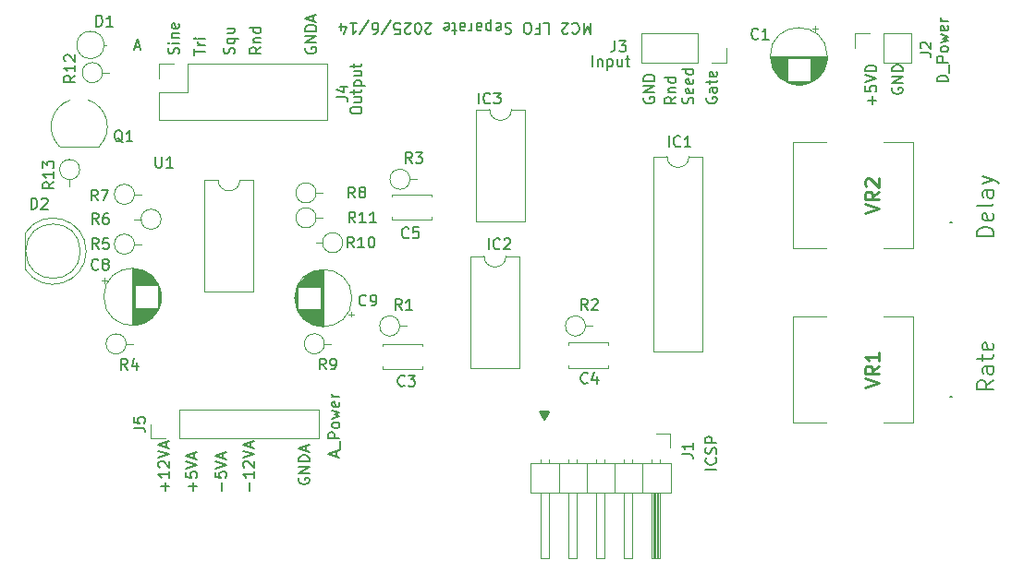
<source format=gto>
%TF.GenerationSoftware,KiCad,Pcbnew,8.0.8*%
%TF.CreationDate,2025-06-29T12:46:48+09:00*%
%TF.ProjectId,LFOSeparate,4c464f53-6570-4617-9261-74652e6b6963,rev?*%
%TF.SameCoordinates,Original*%
%TF.FileFunction,Legend,Top*%
%TF.FilePolarity,Positive*%
%FSLAX46Y46*%
G04 Gerber Fmt 4.6, Leading zero omitted, Abs format (unit mm)*
G04 Created by KiCad (PCBNEW 8.0.8) date 2025-06-29 12:46:48*
%MOMM*%
%LPD*%
G01*
G04 APERTURE LIST*
%ADD10C,0.200000*%
%ADD11C,0.150000*%
%ADD12C,0.254000*%
%ADD13C,0.120000*%
%ADD14C,0.100000*%
G04 APERTURE END LIST*
D10*
X139965326Y-35692780D02*
X139965326Y-36692780D01*
X139965326Y-36692780D02*
X139631993Y-35978495D01*
X139631993Y-35978495D02*
X139298660Y-36692780D01*
X139298660Y-36692780D02*
X139298660Y-35692780D01*
X138251041Y-35788019D02*
X138298660Y-35740400D01*
X138298660Y-35740400D02*
X138441517Y-35692780D01*
X138441517Y-35692780D02*
X138536755Y-35692780D01*
X138536755Y-35692780D02*
X138679612Y-35740400D01*
X138679612Y-35740400D02*
X138774850Y-35835638D01*
X138774850Y-35835638D02*
X138822469Y-35930876D01*
X138822469Y-35930876D02*
X138870088Y-36121352D01*
X138870088Y-36121352D02*
X138870088Y-36264209D01*
X138870088Y-36264209D02*
X138822469Y-36454685D01*
X138822469Y-36454685D02*
X138774850Y-36549923D01*
X138774850Y-36549923D02*
X138679612Y-36645161D01*
X138679612Y-36645161D02*
X138536755Y-36692780D01*
X138536755Y-36692780D02*
X138441517Y-36692780D01*
X138441517Y-36692780D02*
X138298660Y-36645161D01*
X138298660Y-36645161D02*
X138251041Y-36597542D01*
X137870088Y-36597542D02*
X137822469Y-36645161D01*
X137822469Y-36645161D02*
X137727231Y-36692780D01*
X137727231Y-36692780D02*
X137489136Y-36692780D01*
X137489136Y-36692780D02*
X137393898Y-36645161D01*
X137393898Y-36645161D02*
X137346279Y-36597542D01*
X137346279Y-36597542D02*
X137298660Y-36502304D01*
X137298660Y-36502304D02*
X137298660Y-36407066D01*
X137298660Y-36407066D02*
X137346279Y-36264209D01*
X137346279Y-36264209D02*
X137917707Y-35692780D01*
X137917707Y-35692780D02*
X137298660Y-35692780D01*
X135631993Y-35692780D02*
X136108183Y-35692780D01*
X136108183Y-35692780D02*
X136108183Y-36692780D01*
X134965326Y-36216590D02*
X135298659Y-36216590D01*
X135298659Y-35692780D02*
X135298659Y-36692780D01*
X135298659Y-36692780D02*
X134822469Y-36692780D01*
X134251040Y-36692780D02*
X134060564Y-36692780D01*
X134060564Y-36692780D02*
X133965326Y-36645161D01*
X133965326Y-36645161D02*
X133870088Y-36549923D01*
X133870088Y-36549923D02*
X133822469Y-36359447D01*
X133822469Y-36359447D02*
X133822469Y-36026114D01*
X133822469Y-36026114D02*
X133870088Y-35835638D01*
X133870088Y-35835638D02*
X133965326Y-35740400D01*
X133965326Y-35740400D02*
X134060564Y-35692780D01*
X134060564Y-35692780D02*
X134251040Y-35692780D01*
X134251040Y-35692780D02*
X134346278Y-35740400D01*
X134346278Y-35740400D02*
X134441516Y-35835638D01*
X134441516Y-35835638D02*
X134489135Y-36026114D01*
X134489135Y-36026114D02*
X134489135Y-36359447D01*
X134489135Y-36359447D02*
X134441516Y-36549923D01*
X134441516Y-36549923D02*
X134346278Y-36645161D01*
X134346278Y-36645161D02*
X134251040Y-36692780D01*
X132679611Y-35740400D02*
X132536754Y-35692780D01*
X132536754Y-35692780D02*
X132298659Y-35692780D01*
X132298659Y-35692780D02*
X132203421Y-35740400D01*
X132203421Y-35740400D02*
X132155802Y-35788019D01*
X132155802Y-35788019D02*
X132108183Y-35883257D01*
X132108183Y-35883257D02*
X132108183Y-35978495D01*
X132108183Y-35978495D02*
X132155802Y-36073733D01*
X132155802Y-36073733D02*
X132203421Y-36121352D01*
X132203421Y-36121352D02*
X132298659Y-36168971D01*
X132298659Y-36168971D02*
X132489135Y-36216590D01*
X132489135Y-36216590D02*
X132584373Y-36264209D01*
X132584373Y-36264209D02*
X132631992Y-36311828D01*
X132631992Y-36311828D02*
X132679611Y-36407066D01*
X132679611Y-36407066D02*
X132679611Y-36502304D01*
X132679611Y-36502304D02*
X132631992Y-36597542D01*
X132631992Y-36597542D02*
X132584373Y-36645161D01*
X132584373Y-36645161D02*
X132489135Y-36692780D01*
X132489135Y-36692780D02*
X132251040Y-36692780D01*
X132251040Y-36692780D02*
X132108183Y-36645161D01*
X131298659Y-35740400D02*
X131393897Y-35692780D01*
X131393897Y-35692780D02*
X131584373Y-35692780D01*
X131584373Y-35692780D02*
X131679611Y-35740400D01*
X131679611Y-35740400D02*
X131727230Y-35835638D01*
X131727230Y-35835638D02*
X131727230Y-36216590D01*
X131727230Y-36216590D02*
X131679611Y-36311828D01*
X131679611Y-36311828D02*
X131584373Y-36359447D01*
X131584373Y-36359447D02*
X131393897Y-36359447D01*
X131393897Y-36359447D02*
X131298659Y-36311828D01*
X131298659Y-36311828D02*
X131251040Y-36216590D01*
X131251040Y-36216590D02*
X131251040Y-36121352D01*
X131251040Y-36121352D02*
X131727230Y-36026114D01*
X130822468Y-36359447D02*
X130822468Y-35359447D01*
X130822468Y-36311828D02*
X130727230Y-36359447D01*
X130727230Y-36359447D02*
X130536754Y-36359447D01*
X130536754Y-36359447D02*
X130441516Y-36311828D01*
X130441516Y-36311828D02*
X130393897Y-36264209D01*
X130393897Y-36264209D02*
X130346278Y-36168971D01*
X130346278Y-36168971D02*
X130346278Y-35883257D01*
X130346278Y-35883257D02*
X130393897Y-35788019D01*
X130393897Y-35788019D02*
X130441516Y-35740400D01*
X130441516Y-35740400D02*
X130536754Y-35692780D01*
X130536754Y-35692780D02*
X130727230Y-35692780D01*
X130727230Y-35692780D02*
X130822468Y-35740400D01*
X129489135Y-35692780D02*
X129489135Y-36216590D01*
X129489135Y-36216590D02*
X129536754Y-36311828D01*
X129536754Y-36311828D02*
X129631992Y-36359447D01*
X129631992Y-36359447D02*
X129822468Y-36359447D01*
X129822468Y-36359447D02*
X129917706Y-36311828D01*
X129489135Y-35740400D02*
X129584373Y-35692780D01*
X129584373Y-35692780D02*
X129822468Y-35692780D01*
X129822468Y-35692780D02*
X129917706Y-35740400D01*
X129917706Y-35740400D02*
X129965325Y-35835638D01*
X129965325Y-35835638D02*
X129965325Y-35930876D01*
X129965325Y-35930876D02*
X129917706Y-36026114D01*
X129917706Y-36026114D02*
X129822468Y-36073733D01*
X129822468Y-36073733D02*
X129584373Y-36073733D01*
X129584373Y-36073733D02*
X129489135Y-36121352D01*
X129012944Y-35692780D02*
X129012944Y-36359447D01*
X129012944Y-36168971D02*
X128965325Y-36264209D01*
X128965325Y-36264209D02*
X128917706Y-36311828D01*
X128917706Y-36311828D02*
X128822468Y-36359447D01*
X128822468Y-36359447D02*
X128727230Y-36359447D01*
X127965325Y-35692780D02*
X127965325Y-36216590D01*
X127965325Y-36216590D02*
X128012944Y-36311828D01*
X128012944Y-36311828D02*
X128108182Y-36359447D01*
X128108182Y-36359447D02*
X128298658Y-36359447D01*
X128298658Y-36359447D02*
X128393896Y-36311828D01*
X127965325Y-35740400D02*
X128060563Y-35692780D01*
X128060563Y-35692780D02*
X128298658Y-35692780D01*
X128298658Y-35692780D02*
X128393896Y-35740400D01*
X128393896Y-35740400D02*
X128441515Y-35835638D01*
X128441515Y-35835638D02*
X128441515Y-35930876D01*
X128441515Y-35930876D02*
X128393896Y-36026114D01*
X128393896Y-36026114D02*
X128298658Y-36073733D01*
X128298658Y-36073733D02*
X128060563Y-36073733D01*
X128060563Y-36073733D02*
X127965325Y-36121352D01*
X127631991Y-36359447D02*
X127251039Y-36359447D01*
X127489134Y-36692780D02*
X127489134Y-35835638D01*
X127489134Y-35835638D02*
X127441515Y-35740400D01*
X127441515Y-35740400D02*
X127346277Y-35692780D01*
X127346277Y-35692780D02*
X127251039Y-35692780D01*
X126536753Y-35740400D02*
X126631991Y-35692780D01*
X126631991Y-35692780D02*
X126822467Y-35692780D01*
X126822467Y-35692780D02*
X126917705Y-35740400D01*
X126917705Y-35740400D02*
X126965324Y-35835638D01*
X126965324Y-35835638D02*
X126965324Y-36216590D01*
X126965324Y-36216590D02*
X126917705Y-36311828D01*
X126917705Y-36311828D02*
X126822467Y-36359447D01*
X126822467Y-36359447D02*
X126631991Y-36359447D01*
X126631991Y-36359447D02*
X126536753Y-36311828D01*
X126536753Y-36311828D02*
X126489134Y-36216590D01*
X126489134Y-36216590D02*
X126489134Y-36121352D01*
X126489134Y-36121352D02*
X126965324Y-36026114D01*
X125346276Y-36597542D02*
X125298657Y-36645161D01*
X125298657Y-36645161D02*
X125203419Y-36692780D01*
X125203419Y-36692780D02*
X124965324Y-36692780D01*
X124965324Y-36692780D02*
X124870086Y-36645161D01*
X124870086Y-36645161D02*
X124822467Y-36597542D01*
X124822467Y-36597542D02*
X124774848Y-36502304D01*
X124774848Y-36502304D02*
X124774848Y-36407066D01*
X124774848Y-36407066D02*
X124822467Y-36264209D01*
X124822467Y-36264209D02*
X125393895Y-35692780D01*
X125393895Y-35692780D02*
X124774848Y-35692780D01*
X124155800Y-36692780D02*
X124060562Y-36692780D01*
X124060562Y-36692780D02*
X123965324Y-36645161D01*
X123965324Y-36645161D02*
X123917705Y-36597542D01*
X123917705Y-36597542D02*
X123870086Y-36502304D01*
X123870086Y-36502304D02*
X123822467Y-36311828D01*
X123822467Y-36311828D02*
X123822467Y-36073733D01*
X123822467Y-36073733D02*
X123870086Y-35883257D01*
X123870086Y-35883257D02*
X123917705Y-35788019D01*
X123917705Y-35788019D02*
X123965324Y-35740400D01*
X123965324Y-35740400D02*
X124060562Y-35692780D01*
X124060562Y-35692780D02*
X124155800Y-35692780D01*
X124155800Y-35692780D02*
X124251038Y-35740400D01*
X124251038Y-35740400D02*
X124298657Y-35788019D01*
X124298657Y-35788019D02*
X124346276Y-35883257D01*
X124346276Y-35883257D02*
X124393895Y-36073733D01*
X124393895Y-36073733D02*
X124393895Y-36311828D01*
X124393895Y-36311828D02*
X124346276Y-36502304D01*
X124346276Y-36502304D02*
X124298657Y-36597542D01*
X124298657Y-36597542D02*
X124251038Y-36645161D01*
X124251038Y-36645161D02*
X124155800Y-36692780D01*
X123441514Y-36597542D02*
X123393895Y-36645161D01*
X123393895Y-36645161D02*
X123298657Y-36692780D01*
X123298657Y-36692780D02*
X123060562Y-36692780D01*
X123060562Y-36692780D02*
X122965324Y-36645161D01*
X122965324Y-36645161D02*
X122917705Y-36597542D01*
X122917705Y-36597542D02*
X122870086Y-36502304D01*
X122870086Y-36502304D02*
X122870086Y-36407066D01*
X122870086Y-36407066D02*
X122917705Y-36264209D01*
X122917705Y-36264209D02*
X123489133Y-35692780D01*
X123489133Y-35692780D02*
X122870086Y-35692780D01*
X121965324Y-36692780D02*
X122441514Y-36692780D01*
X122441514Y-36692780D02*
X122489133Y-36216590D01*
X122489133Y-36216590D02*
X122441514Y-36264209D01*
X122441514Y-36264209D02*
X122346276Y-36311828D01*
X122346276Y-36311828D02*
X122108181Y-36311828D01*
X122108181Y-36311828D02*
X122012943Y-36264209D01*
X122012943Y-36264209D02*
X121965324Y-36216590D01*
X121965324Y-36216590D02*
X121917705Y-36121352D01*
X121917705Y-36121352D02*
X121917705Y-35883257D01*
X121917705Y-35883257D02*
X121965324Y-35788019D01*
X121965324Y-35788019D02*
X122012943Y-35740400D01*
X122012943Y-35740400D02*
X122108181Y-35692780D01*
X122108181Y-35692780D02*
X122346276Y-35692780D01*
X122346276Y-35692780D02*
X122441514Y-35740400D01*
X122441514Y-35740400D02*
X122489133Y-35788019D01*
X120774848Y-36740400D02*
X121631990Y-35454685D01*
X120012943Y-36692780D02*
X120203419Y-36692780D01*
X120203419Y-36692780D02*
X120298657Y-36645161D01*
X120298657Y-36645161D02*
X120346276Y-36597542D01*
X120346276Y-36597542D02*
X120441514Y-36454685D01*
X120441514Y-36454685D02*
X120489133Y-36264209D01*
X120489133Y-36264209D02*
X120489133Y-35883257D01*
X120489133Y-35883257D02*
X120441514Y-35788019D01*
X120441514Y-35788019D02*
X120393895Y-35740400D01*
X120393895Y-35740400D02*
X120298657Y-35692780D01*
X120298657Y-35692780D02*
X120108181Y-35692780D01*
X120108181Y-35692780D02*
X120012943Y-35740400D01*
X120012943Y-35740400D02*
X119965324Y-35788019D01*
X119965324Y-35788019D02*
X119917705Y-35883257D01*
X119917705Y-35883257D02*
X119917705Y-36121352D01*
X119917705Y-36121352D02*
X119965324Y-36216590D01*
X119965324Y-36216590D02*
X120012943Y-36264209D01*
X120012943Y-36264209D02*
X120108181Y-36311828D01*
X120108181Y-36311828D02*
X120298657Y-36311828D01*
X120298657Y-36311828D02*
X120393895Y-36264209D01*
X120393895Y-36264209D02*
X120441514Y-36216590D01*
X120441514Y-36216590D02*
X120489133Y-36121352D01*
X118774848Y-36740400D02*
X119631990Y-35454685D01*
X117917705Y-35692780D02*
X118489133Y-35692780D01*
X118203419Y-35692780D02*
X118203419Y-36692780D01*
X118203419Y-36692780D02*
X118298657Y-36549923D01*
X118298657Y-36549923D02*
X118393895Y-36454685D01*
X118393895Y-36454685D02*
X118489133Y-36407066D01*
X117060562Y-36359447D02*
X117060562Y-35692780D01*
X117298657Y-36740400D02*
X117536752Y-36026114D01*
X117536752Y-36026114D02*
X116917705Y-36026114D01*
D11*
X116628104Y-75477333D02*
X116628104Y-75001143D01*
X116913819Y-75572571D02*
X115913819Y-75239238D01*
X115913819Y-75239238D02*
X116913819Y-74905905D01*
X117009057Y-74810667D02*
X117009057Y-74048762D01*
X116913819Y-73810666D02*
X115913819Y-73810666D01*
X115913819Y-73810666D02*
X115913819Y-73429714D01*
X115913819Y-73429714D02*
X115961438Y-73334476D01*
X115961438Y-73334476D02*
X116009057Y-73286857D01*
X116009057Y-73286857D02*
X116104295Y-73239238D01*
X116104295Y-73239238D02*
X116247152Y-73239238D01*
X116247152Y-73239238D02*
X116342390Y-73286857D01*
X116342390Y-73286857D02*
X116390009Y-73334476D01*
X116390009Y-73334476D02*
X116437628Y-73429714D01*
X116437628Y-73429714D02*
X116437628Y-73810666D01*
X116913819Y-72667809D02*
X116866200Y-72763047D01*
X116866200Y-72763047D02*
X116818580Y-72810666D01*
X116818580Y-72810666D02*
X116723342Y-72858285D01*
X116723342Y-72858285D02*
X116437628Y-72858285D01*
X116437628Y-72858285D02*
X116342390Y-72810666D01*
X116342390Y-72810666D02*
X116294771Y-72763047D01*
X116294771Y-72763047D02*
X116247152Y-72667809D01*
X116247152Y-72667809D02*
X116247152Y-72524952D01*
X116247152Y-72524952D02*
X116294771Y-72429714D01*
X116294771Y-72429714D02*
X116342390Y-72382095D01*
X116342390Y-72382095D02*
X116437628Y-72334476D01*
X116437628Y-72334476D02*
X116723342Y-72334476D01*
X116723342Y-72334476D02*
X116818580Y-72382095D01*
X116818580Y-72382095D02*
X116866200Y-72429714D01*
X116866200Y-72429714D02*
X116913819Y-72524952D01*
X116913819Y-72524952D02*
X116913819Y-72667809D01*
X116247152Y-72001142D02*
X116913819Y-71810666D01*
X116913819Y-71810666D02*
X116437628Y-71620190D01*
X116437628Y-71620190D02*
X116913819Y-71429714D01*
X116913819Y-71429714D02*
X116247152Y-71239238D01*
X116866200Y-70477333D02*
X116913819Y-70572571D01*
X116913819Y-70572571D02*
X116913819Y-70763047D01*
X116913819Y-70763047D02*
X116866200Y-70858285D01*
X116866200Y-70858285D02*
X116770961Y-70905904D01*
X116770961Y-70905904D02*
X116390009Y-70905904D01*
X116390009Y-70905904D02*
X116294771Y-70858285D01*
X116294771Y-70858285D02*
X116247152Y-70763047D01*
X116247152Y-70763047D02*
X116247152Y-70572571D01*
X116247152Y-70572571D02*
X116294771Y-70477333D01*
X116294771Y-70477333D02*
X116390009Y-70429714D01*
X116390009Y-70429714D02*
X116485247Y-70429714D01*
X116485247Y-70429714D02*
X116580485Y-70905904D01*
X116913819Y-70001142D02*
X116247152Y-70001142D01*
X116437628Y-70001142D02*
X116342390Y-69953523D01*
X116342390Y-69953523D02*
X116294771Y-69905904D01*
X116294771Y-69905904D02*
X116247152Y-69810666D01*
X116247152Y-69810666D02*
X116247152Y-69715428D01*
D10*
X103642219Y-38635183D02*
X103642219Y-38063755D01*
X104642219Y-38349469D02*
X103642219Y-38349469D01*
X104642219Y-37730421D02*
X103975552Y-37730421D01*
X104166028Y-37730421D02*
X104070790Y-37682802D01*
X104070790Y-37682802D02*
X104023171Y-37635183D01*
X104023171Y-37635183D02*
X103975552Y-37539945D01*
X103975552Y-37539945D02*
X103975552Y-37444707D01*
X104642219Y-37111373D02*
X103975552Y-37111373D01*
X103642219Y-37111373D02*
X103689838Y-37158992D01*
X103689838Y-37158992D02*
X103737457Y-37111373D01*
X103737457Y-37111373D02*
X103689838Y-37063754D01*
X103689838Y-37063754D02*
X103642219Y-37111373D01*
X103642219Y-37111373D02*
X103737457Y-37111373D01*
X113849838Y-37968517D02*
X113802219Y-38063755D01*
X113802219Y-38063755D02*
X113802219Y-38206612D01*
X113802219Y-38206612D02*
X113849838Y-38349469D01*
X113849838Y-38349469D02*
X113945076Y-38444707D01*
X113945076Y-38444707D02*
X114040314Y-38492326D01*
X114040314Y-38492326D02*
X114230790Y-38539945D01*
X114230790Y-38539945D02*
X114373647Y-38539945D01*
X114373647Y-38539945D02*
X114564123Y-38492326D01*
X114564123Y-38492326D02*
X114659361Y-38444707D01*
X114659361Y-38444707D02*
X114754600Y-38349469D01*
X114754600Y-38349469D02*
X114802219Y-38206612D01*
X114802219Y-38206612D02*
X114802219Y-38111374D01*
X114802219Y-38111374D02*
X114754600Y-37968517D01*
X114754600Y-37968517D02*
X114706980Y-37920898D01*
X114706980Y-37920898D02*
X114373647Y-37920898D01*
X114373647Y-37920898D02*
X114373647Y-38111374D01*
X114802219Y-37492326D02*
X113802219Y-37492326D01*
X113802219Y-37492326D02*
X114802219Y-36920898D01*
X114802219Y-36920898D02*
X113802219Y-36920898D01*
X114802219Y-36444707D02*
X113802219Y-36444707D01*
X113802219Y-36444707D02*
X113802219Y-36206612D01*
X113802219Y-36206612D02*
X113849838Y-36063755D01*
X113849838Y-36063755D02*
X113945076Y-35968517D01*
X113945076Y-35968517D02*
X114040314Y-35920898D01*
X114040314Y-35920898D02*
X114230790Y-35873279D01*
X114230790Y-35873279D02*
X114373647Y-35873279D01*
X114373647Y-35873279D02*
X114564123Y-35920898D01*
X114564123Y-35920898D02*
X114659361Y-35968517D01*
X114659361Y-35968517D02*
X114754600Y-36063755D01*
X114754600Y-36063755D02*
X114802219Y-36206612D01*
X114802219Y-36206612D02*
X114802219Y-36444707D01*
X114516504Y-35492326D02*
X114516504Y-35016136D01*
X114802219Y-35587564D02*
X113802219Y-35254231D01*
X113802219Y-35254231D02*
X114802219Y-34920898D01*
D11*
X172666819Y-41084142D02*
X171666819Y-41084142D01*
X171666819Y-41084142D02*
X171666819Y-40846047D01*
X171666819Y-40846047D02*
X171714438Y-40703190D01*
X171714438Y-40703190D02*
X171809676Y-40607952D01*
X171809676Y-40607952D02*
X171904914Y-40560333D01*
X171904914Y-40560333D02*
X172095390Y-40512714D01*
X172095390Y-40512714D02*
X172238247Y-40512714D01*
X172238247Y-40512714D02*
X172428723Y-40560333D01*
X172428723Y-40560333D02*
X172523961Y-40607952D01*
X172523961Y-40607952D02*
X172619200Y-40703190D01*
X172619200Y-40703190D02*
X172666819Y-40846047D01*
X172666819Y-40846047D02*
X172666819Y-41084142D01*
X172762057Y-40322238D02*
X172762057Y-39560333D01*
X172666819Y-39322237D02*
X171666819Y-39322237D01*
X171666819Y-39322237D02*
X171666819Y-38941285D01*
X171666819Y-38941285D02*
X171714438Y-38846047D01*
X171714438Y-38846047D02*
X171762057Y-38798428D01*
X171762057Y-38798428D02*
X171857295Y-38750809D01*
X171857295Y-38750809D02*
X172000152Y-38750809D01*
X172000152Y-38750809D02*
X172095390Y-38798428D01*
X172095390Y-38798428D02*
X172143009Y-38846047D01*
X172143009Y-38846047D02*
X172190628Y-38941285D01*
X172190628Y-38941285D02*
X172190628Y-39322237D01*
X172666819Y-38179380D02*
X172619200Y-38274618D01*
X172619200Y-38274618D02*
X172571580Y-38322237D01*
X172571580Y-38322237D02*
X172476342Y-38369856D01*
X172476342Y-38369856D02*
X172190628Y-38369856D01*
X172190628Y-38369856D02*
X172095390Y-38322237D01*
X172095390Y-38322237D02*
X172047771Y-38274618D01*
X172047771Y-38274618D02*
X172000152Y-38179380D01*
X172000152Y-38179380D02*
X172000152Y-38036523D01*
X172000152Y-38036523D02*
X172047771Y-37941285D01*
X172047771Y-37941285D02*
X172095390Y-37893666D01*
X172095390Y-37893666D02*
X172190628Y-37846047D01*
X172190628Y-37846047D02*
X172476342Y-37846047D01*
X172476342Y-37846047D02*
X172571580Y-37893666D01*
X172571580Y-37893666D02*
X172619200Y-37941285D01*
X172619200Y-37941285D02*
X172666819Y-38036523D01*
X172666819Y-38036523D02*
X172666819Y-38179380D01*
X172000152Y-37512713D02*
X172666819Y-37322237D01*
X172666819Y-37322237D02*
X172190628Y-37131761D01*
X172190628Y-37131761D02*
X172666819Y-36941285D01*
X172666819Y-36941285D02*
X172000152Y-36750809D01*
X172619200Y-35988904D02*
X172666819Y-36084142D01*
X172666819Y-36084142D02*
X172666819Y-36274618D01*
X172666819Y-36274618D02*
X172619200Y-36369856D01*
X172619200Y-36369856D02*
X172523961Y-36417475D01*
X172523961Y-36417475D02*
X172143009Y-36417475D01*
X172143009Y-36417475D02*
X172047771Y-36369856D01*
X172047771Y-36369856D02*
X172000152Y-36274618D01*
X172000152Y-36274618D02*
X172000152Y-36084142D01*
X172000152Y-36084142D02*
X172047771Y-35988904D01*
X172047771Y-35988904D02*
X172143009Y-35941285D01*
X172143009Y-35941285D02*
X172238247Y-35941285D01*
X172238247Y-35941285D02*
X172333485Y-36417475D01*
X172666819Y-35512713D02*
X172000152Y-35512713D01*
X172190628Y-35512713D02*
X172095390Y-35465094D01*
X172095390Y-35465094D02*
X172047771Y-35417475D01*
X172047771Y-35417475D02*
X172000152Y-35322237D01*
X172000152Y-35322237D02*
X172000152Y-35226999D01*
D10*
X103499266Y-78624326D02*
X103499266Y-77862422D01*
X103880219Y-78243374D02*
X103118314Y-78243374D01*
X102880219Y-76910041D02*
X102880219Y-77386231D01*
X102880219Y-77386231D02*
X103356409Y-77433850D01*
X103356409Y-77433850D02*
X103308790Y-77386231D01*
X103308790Y-77386231D02*
X103261171Y-77290993D01*
X103261171Y-77290993D02*
X103261171Y-77052898D01*
X103261171Y-77052898D02*
X103308790Y-76957660D01*
X103308790Y-76957660D02*
X103356409Y-76910041D01*
X103356409Y-76910041D02*
X103451647Y-76862422D01*
X103451647Y-76862422D02*
X103689742Y-76862422D01*
X103689742Y-76862422D02*
X103784980Y-76910041D01*
X103784980Y-76910041D02*
X103832600Y-76957660D01*
X103832600Y-76957660D02*
X103880219Y-77052898D01*
X103880219Y-77052898D02*
X103880219Y-77290993D01*
X103880219Y-77290993D02*
X103832600Y-77386231D01*
X103832600Y-77386231D02*
X103784980Y-77433850D01*
X102880219Y-76576707D02*
X103880219Y-76243374D01*
X103880219Y-76243374D02*
X102880219Y-75910041D01*
X103594504Y-75624326D02*
X103594504Y-75148136D01*
X103880219Y-75719564D02*
X102880219Y-75386231D01*
X102880219Y-75386231D02*
X103880219Y-75052898D01*
X109722219Y-37920898D02*
X109246028Y-38254231D01*
X109722219Y-38492326D02*
X108722219Y-38492326D01*
X108722219Y-38492326D02*
X108722219Y-38111374D01*
X108722219Y-38111374D02*
X108769838Y-38016136D01*
X108769838Y-38016136D02*
X108817457Y-37968517D01*
X108817457Y-37968517D02*
X108912695Y-37920898D01*
X108912695Y-37920898D02*
X109055552Y-37920898D01*
X109055552Y-37920898D02*
X109150790Y-37968517D01*
X109150790Y-37968517D02*
X109198409Y-38016136D01*
X109198409Y-38016136D02*
X109246028Y-38111374D01*
X109246028Y-38111374D02*
X109246028Y-38492326D01*
X109055552Y-37492326D02*
X109722219Y-37492326D01*
X109150790Y-37492326D02*
X109103171Y-37444707D01*
X109103171Y-37444707D02*
X109055552Y-37349469D01*
X109055552Y-37349469D02*
X109055552Y-37206612D01*
X109055552Y-37206612D02*
X109103171Y-37111374D01*
X109103171Y-37111374D02*
X109198409Y-37063755D01*
X109198409Y-37063755D02*
X109722219Y-37063755D01*
X109722219Y-36158993D02*
X108722219Y-36158993D01*
X109674600Y-36158993D02*
X109722219Y-36254231D01*
X109722219Y-36254231D02*
X109722219Y-36444707D01*
X109722219Y-36444707D02*
X109674600Y-36539945D01*
X109674600Y-36539945D02*
X109626980Y-36587564D01*
X109626980Y-36587564D02*
X109531742Y-36635183D01*
X109531742Y-36635183D02*
X109246028Y-36635183D01*
X109246028Y-36635183D02*
X109150790Y-36587564D01*
X109150790Y-36587564D02*
X109103171Y-36539945D01*
X109103171Y-36539945D02*
X109055552Y-36444707D01*
X109055552Y-36444707D02*
X109055552Y-36254231D01*
X109055552Y-36254231D02*
X109103171Y-36158993D01*
X176844028Y-55264279D02*
X175344028Y-55264279D01*
X175344028Y-55264279D02*
X175344028Y-54907136D01*
X175344028Y-54907136D02*
X175415457Y-54692850D01*
X175415457Y-54692850D02*
X175558314Y-54549993D01*
X175558314Y-54549993D02*
X175701171Y-54478564D01*
X175701171Y-54478564D02*
X175986885Y-54407136D01*
X175986885Y-54407136D02*
X176201171Y-54407136D01*
X176201171Y-54407136D02*
X176486885Y-54478564D01*
X176486885Y-54478564D02*
X176629742Y-54549993D01*
X176629742Y-54549993D02*
X176772600Y-54692850D01*
X176772600Y-54692850D02*
X176844028Y-54907136D01*
X176844028Y-54907136D02*
X176844028Y-55264279D01*
X176772600Y-53192850D02*
X176844028Y-53335707D01*
X176844028Y-53335707D02*
X176844028Y-53621422D01*
X176844028Y-53621422D02*
X176772600Y-53764279D01*
X176772600Y-53764279D02*
X176629742Y-53835707D01*
X176629742Y-53835707D02*
X176058314Y-53835707D01*
X176058314Y-53835707D02*
X175915457Y-53764279D01*
X175915457Y-53764279D02*
X175844028Y-53621422D01*
X175844028Y-53621422D02*
X175844028Y-53335707D01*
X175844028Y-53335707D02*
X175915457Y-53192850D01*
X175915457Y-53192850D02*
X176058314Y-53121422D01*
X176058314Y-53121422D02*
X176201171Y-53121422D01*
X176201171Y-53121422D02*
X176344028Y-53835707D01*
X176844028Y-52264279D02*
X176772600Y-52407136D01*
X176772600Y-52407136D02*
X176629742Y-52478565D01*
X176629742Y-52478565D02*
X175344028Y-52478565D01*
X176844028Y-51049994D02*
X176058314Y-51049994D01*
X176058314Y-51049994D02*
X175915457Y-51121422D01*
X175915457Y-51121422D02*
X175844028Y-51264279D01*
X175844028Y-51264279D02*
X175844028Y-51549994D01*
X175844028Y-51549994D02*
X175915457Y-51692851D01*
X176772600Y-51049994D02*
X176844028Y-51192851D01*
X176844028Y-51192851D02*
X176844028Y-51549994D01*
X176844028Y-51549994D02*
X176772600Y-51692851D01*
X176772600Y-51692851D02*
X176629742Y-51764279D01*
X176629742Y-51764279D02*
X176486885Y-51764279D01*
X176486885Y-51764279D02*
X176344028Y-51692851D01*
X176344028Y-51692851D02*
X176272600Y-51549994D01*
X176272600Y-51549994D02*
X176272600Y-51192851D01*
X176272600Y-51192851D02*
X176201171Y-51049994D01*
X175844028Y-50478565D02*
X176844028Y-50121422D01*
X175844028Y-49764279D02*
X176844028Y-50121422D01*
X176844028Y-50121422D02*
X177201171Y-50264279D01*
X177201171Y-50264279D02*
X177272600Y-50335708D01*
X177272600Y-50335708D02*
X177344028Y-50478565D01*
X165729266Y-43191326D02*
X165729266Y-42429422D01*
X166110219Y-42810374D02*
X165348314Y-42810374D01*
X165110219Y-41477041D02*
X165110219Y-41953231D01*
X165110219Y-41953231D02*
X165586409Y-42000850D01*
X165586409Y-42000850D02*
X165538790Y-41953231D01*
X165538790Y-41953231D02*
X165491171Y-41857993D01*
X165491171Y-41857993D02*
X165491171Y-41619898D01*
X165491171Y-41619898D02*
X165538790Y-41524660D01*
X165538790Y-41524660D02*
X165586409Y-41477041D01*
X165586409Y-41477041D02*
X165681647Y-41429422D01*
X165681647Y-41429422D02*
X165919742Y-41429422D01*
X165919742Y-41429422D02*
X166014980Y-41477041D01*
X166014980Y-41477041D02*
X166062600Y-41524660D01*
X166062600Y-41524660D02*
X166110219Y-41619898D01*
X166110219Y-41619898D02*
X166110219Y-41857993D01*
X166110219Y-41857993D02*
X166062600Y-41953231D01*
X166062600Y-41953231D02*
X166014980Y-42000850D01*
X165110219Y-41143707D02*
X166110219Y-40810374D01*
X166110219Y-40810374D02*
X165110219Y-40477041D01*
X166110219Y-40143707D02*
X165110219Y-40143707D01*
X165110219Y-40143707D02*
X165110219Y-39905612D01*
X165110219Y-39905612D02*
X165157838Y-39762755D01*
X165157838Y-39762755D02*
X165253076Y-39667517D01*
X165253076Y-39667517D02*
X165348314Y-39619898D01*
X165348314Y-39619898D02*
X165538790Y-39572279D01*
X165538790Y-39572279D02*
X165681647Y-39572279D01*
X165681647Y-39572279D02*
X165872123Y-39619898D01*
X165872123Y-39619898D02*
X165967361Y-39667517D01*
X165967361Y-39667517D02*
X166062600Y-39762755D01*
X166062600Y-39762755D02*
X166110219Y-39905612D01*
X166110219Y-39905612D02*
X166110219Y-40143707D01*
X144837838Y-42540517D02*
X144790219Y-42635755D01*
X144790219Y-42635755D02*
X144790219Y-42778612D01*
X144790219Y-42778612D02*
X144837838Y-42921469D01*
X144837838Y-42921469D02*
X144933076Y-43016707D01*
X144933076Y-43016707D02*
X145028314Y-43064326D01*
X145028314Y-43064326D02*
X145218790Y-43111945D01*
X145218790Y-43111945D02*
X145361647Y-43111945D01*
X145361647Y-43111945D02*
X145552123Y-43064326D01*
X145552123Y-43064326D02*
X145647361Y-43016707D01*
X145647361Y-43016707D02*
X145742600Y-42921469D01*
X145742600Y-42921469D02*
X145790219Y-42778612D01*
X145790219Y-42778612D02*
X145790219Y-42683374D01*
X145790219Y-42683374D02*
X145742600Y-42540517D01*
X145742600Y-42540517D02*
X145694980Y-42492898D01*
X145694980Y-42492898D02*
X145361647Y-42492898D01*
X145361647Y-42492898D02*
X145361647Y-42683374D01*
X145790219Y-42064326D02*
X144790219Y-42064326D01*
X144790219Y-42064326D02*
X145790219Y-41492898D01*
X145790219Y-41492898D02*
X144790219Y-41492898D01*
X145790219Y-41016707D02*
X144790219Y-41016707D01*
X144790219Y-41016707D02*
X144790219Y-40778612D01*
X144790219Y-40778612D02*
X144837838Y-40635755D01*
X144837838Y-40635755D02*
X144933076Y-40540517D01*
X144933076Y-40540517D02*
X145028314Y-40492898D01*
X145028314Y-40492898D02*
X145218790Y-40445279D01*
X145218790Y-40445279D02*
X145361647Y-40445279D01*
X145361647Y-40445279D02*
X145552123Y-40492898D01*
X145552123Y-40492898D02*
X145647361Y-40540517D01*
X145647361Y-40540517D02*
X145742600Y-40635755D01*
X145742600Y-40635755D02*
X145790219Y-40778612D01*
X145790219Y-40778612D02*
X145790219Y-41016707D01*
D11*
X140089143Y-39697819D02*
X140089143Y-38697819D01*
X140565333Y-39031152D02*
X140565333Y-39697819D01*
X140565333Y-39126390D02*
X140612952Y-39078771D01*
X140612952Y-39078771D02*
X140708190Y-39031152D01*
X140708190Y-39031152D02*
X140851047Y-39031152D01*
X140851047Y-39031152D02*
X140946285Y-39078771D01*
X140946285Y-39078771D02*
X140993904Y-39174009D01*
X140993904Y-39174009D02*
X140993904Y-39697819D01*
X141470095Y-39031152D02*
X141470095Y-40031152D01*
X141470095Y-39078771D02*
X141565333Y-39031152D01*
X141565333Y-39031152D02*
X141755809Y-39031152D01*
X141755809Y-39031152D02*
X141851047Y-39078771D01*
X141851047Y-39078771D02*
X141898666Y-39126390D01*
X141898666Y-39126390D02*
X141946285Y-39221628D01*
X141946285Y-39221628D02*
X141946285Y-39507342D01*
X141946285Y-39507342D02*
X141898666Y-39602580D01*
X141898666Y-39602580D02*
X141851047Y-39650200D01*
X141851047Y-39650200D02*
X141755809Y-39697819D01*
X141755809Y-39697819D02*
X141565333Y-39697819D01*
X141565333Y-39697819D02*
X141470095Y-39650200D01*
X142803428Y-39031152D02*
X142803428Y-39697819D01*
X142374857Y-39031152D02*
X142374857Y-39554961D01*
X142374857Y-39554961D02*
X142422476Y-39650200D01*
X142422476Y-39650200D02*
X142517714Y-39697819D01*
X142517714Y-39697819D02*
X142660571Y-39697819D01*
X142660571Y-39697819D02*
X142755809Y-39650200D01*
X142755809Y-39650200D02*
X142803428Y-39602580D01*
X143136762Y-39031152D02*
X143517714Y-39031152D01*
X143279619Y-38697819D02*
X143279619Y-39554961D01*
X143279619Y-39554961D02*
X143327238Y-39650200D01*
X143327238Y-39650200D02*
X143422476Y-39697819D01*
X143422476Y-39697819D02*
X143517714Y-39697819D01*
X151457819Y-76660189D02*
X150457819Y-76660189D01*
X151362580Y-75612571D02*
X151410200Y-75660190D01*
X151410200Y-75660190D02*
X151457819Y-75803047D01*
X151457819Y-75803047D02*
X151457819Y-75898285D01*
X151457819Y-75898285D02*
X151410200Y-76041142D01*
X151410200Y-76041142D02*
X151314961Y-76136380D01*
X151314961Y-76136380D02*
X151219723Y-76183999D01*
X151219723Y-76183999D02*
X151029247Y-76231618D01*
X151029247Y-76231618D02*
X150886390Y-76231618D01*
X150886390Y-76231618D02*
X150695914Y-76183999D01*
X150695914Y-76183999D02*
X150600676Y-76136380D01*
X150600676Y-76136380D02*
X150505438Y-76041142D01*
X150505438Y-76041142D02*
X150457819Y-75898285D01*
X150457819Y-75898285D02*
X150457819Y-75803047D01*
X150457819Y-75803047D02*
X150505438Y-75660190D01*
X150505438Y-75660190D02*
X150553057Y-75612571D01*
X151410200Y-75231618D02*
X151457819Y-75088761D01*
X151457819Y-75088761D02*
X151457819Y-74850666D01*
X151457819Y-74850666D02*
X151410200Y-74755428D01*
X151410200Y-74755428D02*
X151362580Y-74707809D01*
X151362580Y-74707809D02*
X151267342Y-74660190D01*
X151267342Y-74660190D02*
X151172104Y-74660190D01*
X151172104Y-74660190D02*
X151076866Y-74707809D01*
X151076866Y-74707809D02*
X151029247Y-74755428D01*
X151029247Y-74755428D02*
X150981628Y-74850666D01*
X150981628Y-74850666D02*
X150934009Y-75041142D01*
X150934009Y-75041142D02*
X150886390Y-75136380D01*
X150886390Y-75136380D02*
X150838771Y-75183999D01*
X150838771Y-75183999D02*
X150743533Y-75231618D01*
X150743533Y-75231618D02*
X150648295Y-75231618D01*
X150648295Y-75231618D02*
X150553057Y-75183999D01*
X150553057Y-75183999D02*
X150505438Y-75136380D01*
X150505438Y-75136380D02*
X150457819Y-75041142D01*
X150457819Y-75041142D02*
X150457819Y-74803047D01*
X150457819Y-74803047D02*
X150505438Y-74660190D01*
X151457819Y-74231618D02*
X150457819Y-74231618D01*
X150457819Y-74231618D02*
X150457819Y-73850666D01*
X150457819Y-73850666D02*
X150505438Y-73755428D01*
X150505438Y-73755428D02*
X150553057Y-73707809D01*
X150553057Y-73707809D02*
X150648295Y-73660190D01*
X150648295Y-73660190D02*
X150791152Y-73660190D01*
X150791152Y-73660190D02*
X150886390Y-73707809D01*
X150886390Y-73707809D02*
X150934009Y-73755428D01*
X150934009Y-73755428D02*
X150981628Y-73850666D01*
X150981628Y-73850666D02*
X150981628Y-74231618D01*
D10*
X106166266Y-78624326D02*
X106166266Y-77862422D01*
X105547219Y-76910041D02*
X105547219Y-77386231D01*
X105547219Y-77386231D02*
X106023409Y-77433850D01*
X106023409Y-77433850D02*
X105975790Y-77386231D01*
X105975790Y-77386231D02*
X105928171Y-77290993D01*
X105928171Y-77290993D02*
X105928171Y-77052898D01*
X105928171Y-77052898D02*
X105975790Y-76957660D01*
X105975790Y-76957660D02*
X106023409Y-76910041D01*
X106023409Y-76910041D02*
X106118647Y-76862422D01*
X106118647Y-76862422D02*
X106356742Y-76862422D01*
X106356742Y-76862422D02*
X106451980Y-76910041D01*
X106451980Y-76910041D02*
X106499600Y-76957660D01*
X106499600Y-76957660D02*
X106547219Y-77052898D01*
X106547219Y-77052898D02*
X106547219Y-77290993D01*
X106547219Y-77290993D02*
X106499600Y-77386231D01*
X106499600Y-77386231D02*
X106451980Y-77433850D01*
X105547219Y-76576707D02*
X106547219Y-76243374D01*
X106547219Y-76243374D02*
X105547219Y-75910041D01*
X106261504Y-75624326D02*
X106261504Y-75148136D01*
X106547219Y-75719564D02*
X105547219Y-75386231D01*
X105547219Y-75386231D02*
X106547219Y-75052898D01*
X147736275Y-42492898D02*
X147260084Y-42826231D01*
X147736275Y-43064326D02*
X146736275Y-43064326D01*
X146736275Y-43064326D02*
X146736275Y-42683374D01*
X146736275Y-42683374D02*
X146783894Y-42588136D01*
X146783894Y-42588136D02*
X146831513Y-42540517D01*
X146831513Y-42540517D02*
X146926751Y-42492898D01*
X146926751Y-42492898D02*
X147069608Y-42492898D01*
X147069608Y-42492898D02*
X147164846Y-42540517D01*
X147164846Y-42540517D02*
X147212465Y-42588136D01*
X147212465Y-42588136D02*
X147260084Y-42683374D01*
X147260084Y-42683374D02*
X147260084Y-43064326D01*
X147069608Y-42064326D02*
X147736275Y-42064326D01*
X147164846Y-42064326D02*
X147117227Y-42016707D01*
X147117227Y-42016707D02*
X147069608Y-41921469D01*
X147069608Y-41921469D02*
X147069608Y-41778612D01*
X147069608Y-41778612D02*
X147117227Y-41683374D01*
X147117227Y-41683374D02*
X147212465Y-41635755D01*
X147212465Y-41635755D02*
X147736275Y-41635755D01*
X147736275Y-40730993D02*
X146736275Y-40730993D01*
X147688656Y-40730993D02*
X147736275Y-40826231D01*
X147736275Y-40826231D02*
X147736275Y-41016707D01*
X147736275Y-41016707D02*
X147688656Y-41111945D01*
X147688656Y-41111945D02*
X147641036Y-41159564D01*
X147641036Y-41159564D02*
X147545798Y-41207183D01*
X147545798Y-41207183D02*
X147260084Y-41207183D01*
X147260084Y-41207183D02*
X147164846Y-41159564D01*
X147164846Y-41159564D02*
X147117227Y-41111945D01*
X147117227Y-41111945D02*
X147069608Y-41016707D01*
X147069608Y-41016707D02*
X147069608Y-40826231D01*
X147069608Y-40826231D02*
X147117227Y-40730993D01*
X149298600Y-43111945D02*
X149346219Y-42969088D01*
X149346219Y-42969088D02*
X149346219Y-42730993D01*
X149346219Y-42730993D02*
X149298600Y-42635755D01*
X149298600Y-42635755D02*
X149250980Y-42588136D01*
X149250980Y-42588136D02*
X149155742Y-42540517D01*
X149155742Y-42540517D02*
X149060504Y-42540517D01*
X149060504Y-42540517D02*
X148965266Y-42588136D01*
X148965266Y-42588136D02*
X148917647Y-42635755D01*
X148917647Y-42635755D02*
X148870028Y-42730993D01*
X148870028Y-42730993D02*
X148822409Y-42921469D01*
X148822409Y-42921469D02*
X148774790Y-43016707D01*
X148774790Y-43016707D02*
X148727171Y-43064326D01*
X148727171Y-43064326D02*
X148631933Y-43111945D01*
X148631933Y-43111945D02*
X148536695Y-43111945D01*
X148536695Y-43111945D02*
X148441457Y-43064326D01*
X148441457Y-43064326D02*
X148393838Y-43016707D01*
X148393838Y-43016707D02*
X148346219Y-42921469D01*
X148346219Y-42921469D02*
X148346219Y-42683374D01*
X148346219Y-42683374D02*
X148393838Y-42540517D01*
X149298600Y-41730993D02*
X149346219Y-41826231D01*
X149346219Y-41826231D02*
X149346219Y-42016707D01*
X149346219Y-42016707D02*
X149298600Y-42111945D01*
X149298600Y-42111945D02*
X149203361Y-42159564D01*
X149203361Y-42159564D02*
X148822409Y-42159564D01*
X148822409Y-42159564D02*
X148727171Y-42111945D01*
X148727171Y-42111945D02*
X148679552Y-42016707D01*
X148679552Y-42016707D02*
X148679552Y-41826231D01*
X148679552Y-41826231D02*
X148727171Y-41730993D01*
X148727171Y-41730993D02*
X148822409Y-41683374D01*
X148822409Y-41683374D02*
X148917647Y-41683374D01*
X148917647Y-41683374D02*
X149012885Y-42159564D01*
X149298600Y-40873850D02*
X149346219Y-40969088D01*
X149346219Y-40969088D02*
X149346219Y-41159564D01*
X149346219Y-41159564D02*
X149298600Y-41254802D01*
X149298600Y-41254802D02*
X149203361Y-41302421D01*
X149203361Y-41302421D02*
X148822409Y-41302421D01*
X148822409Y-41302421D02*
X148727171Y-41254802D01*
X148727171Y-41254802D02*
X148679552Y-41159564D01*
X148679552Y-41159564D02*
X148679552Y-40969088D01*
X148679552Y-40969088D02*
X148727171Y-40873850D01*
X148727171Y-40873850D02*
X148822409Y-40826231D01*
X148822409Y-40826231D02*
X148917647Y-40826231D01*
X148917647Y-40826231D02*
X149012885Y-41302421D01*
X149346219Y-39969088D02*
X148346219Y-39969088D01*
X149298600Y-39969088D02*
X149346219Y-40064326D01*
X149346219Y-40064326D02*
X149346219Y-40254802D01*
X149346219Y-40254802D02*
X149298600Y-40350040D01*
X149298600Y-40350040D02*
X149250980Y-40397659D01*
X149250980Y-40397659D02*
X149155742Y-40445278D01*
X149155742Y-40445278D02*
X148870028Y-40445278D01*
X148870028Y-40445278D02*
X148774790Y-40397659D01*
X148774790Y-40397659D02*
X148727171Y-40350040D01*
X148727171Y-40350040D02*
X148679552Y-40254802D01*
X148679552Y-40254802D02*
X148679552Y-40064326D01*
X148679552Y-40064326D02*
X148727171Y-39969088D01*
D11*
X136099684Y-71418533D02*
X136099684Y-71370914D01*
X136052064Y-71513771D02*
X136052064Y-71370914D01*
X136004445Y-71609009D02*
X136004445Y-71370914D01*
X135956826Y-71704247D02*
X135956826Y-71370914D01*
X135909207Y-71751866D02*
X135909207Y-71370914D01*
X135861588Y-71847104D02*
X135861588Y-71370914D01*
X135813969Y-71942342D02*
X135813969Y-71370914D01*
X135766350Y-72037580D02*
X135766350Y-71370914D01*
X135718731Y-72132819D02*
X135718731Y-71370914D01*
X135671112Y-72037580D02*
X135671112Y-71370914D01*
X135623493Y-71942342D02*
X135623493Y-71370914D01*
X135575874Y-71847104D02*
X135575874Y-71370914D01*
X135528255Y-71751866D02*
X135528255Y-71370914D01*
X135480636Y-71704247D02*
X135480636Y-71370914D01*
X135433017Y-71609009D02*
X135433017Y-71370914D01*
X135385398Y-71513771D02*
X135385398Y-71370914D01*
X135337779Y-71370914D02*
X135718731Y-72085200D01*
X135718731Y-72085200D02*
X136099684Y-71370914D01*
X135337779Y-71418533D02*
X135337779Y-71370914D01*
X135718731Y-72132819D02*
X135290160Y-71370914D01*
X135290160Y-71370914D02*
X136147303Y-71370914D01*
X136147303Y-71370914D02*
X135718731Y-72132819D01*
X117945819Y-43806809D02*
X117945819Y-43616333D01*
X117945819Y-43616333D02*
X117993438Y-43521095D01*
X117993438Y-43521095D02*
X118088676Y-43425857D01*
X118088676Y-43425857D02*
X118279152Y-43378238D01*
X118279152Y-43378238D02*
X118612485Y-43378238D01*
X118612485Y-43378238D02*
X118802961Y-43425857D01*
X118802961Y-43425857D02*
X118898200Y-43521095D01*
X118898200Y-43521095D02*
X118945819Y-43616333D01*
X118945819Y-43616333D02*
X118945819Y-43806809D01*
X118945819Y-43806809D02*
X118898200Y-43902047D01*
X118898200Y-43902047D02*
X118802961Y-43997285D01*
X118802961Y-43997285D02*
X118612485Y-44044904D01*
X118612485Y-44044904D02*
X118279152Y-44044904D01*
X118279152Y-44044904D02*
X118088676Y-43997285D01*
X118088676Y-43997285D02*
X117993438Y-43902047D01*
X117993438Y-43902047D02*
X117945819Y-43806809D01*
X118279152Y-42521095D02*
X118945819Y-42521095D01*
X118279152Y-42949666D02*
X118802961Y-42949666D01*
X118802961Y-42949666D02*
X118898200Y-42902047D01*
X118898200Y-42902047D02*
X118945819Y-42806809D01*
X118945819Y-42806809D02*
X118945819Y-42663952D01*
X118945819Y-42663952D02*
X118898200Y-42568714D01*
X118898200Y-42568714D02*
X118850580Y-42521095D01*
X118279152Y-42187761D02*
X118279152Y-41806809D01*
X117945819Y-42044904D02*
X118802961Y-42044904D01*
X118802961Y-42044904D02*
X118898200Y-41997285D01*
X118898200Y-41997285D02*
X118945819Y-41902047D01*
X118945819Y-41902047D02*
X118945819Y-41806809D01*
X118279152Y-41473475D02*
X119279152Y-41473475D01*
X118326771Y-41473475D02*
X118279152Y-41378237D01*
X118279152Y-41378237D02*
X118279152Y-41187761D01*
X118279152Y-41187761D02*
X118326771Y-41092523D01*
X118326771Y-41092523D02*
X118374390Y-41044904D01*
X118374390Y-41044904D02*
X118469628Y-40997285D01*
X118469628Y-40997285D02*
X118755342Y-40997285D01*
X118755342Y-40997285D02*
X118850580Y-41044904D01*
X118850580Y-41044904D02*
X118898200Y-41092523D01*
X118898200Y-41092523D02*
X118945819Y-41187761D01*
X118945819Y-41187761D02*
X118945819Y-41378237D01*
X118945819Y-41378237D02*
X118898200Y-41473475D01*
X118279152Y-40140142D02*
X118945819Y-40140142D01*
X118279152Y-40568713D02*
X118802961Y-40568713D01*
X118802961Y-40568713D02*
X118898200Y-40521094D01*
X118898200Y-40521094D02*
X118945819Y-40425856D01*
X118945819Y-40425856D02*
X118945819Y-40282999D01*
X118945819Y-40282999D02*
X118898200Y-40187761D01*
X118898200Y-40187761D02*
X118850580Y-40140142D01*
X118279152Y-39806808D02*
X118279152Y-39425856D01*
X117945819Y-39663951D02*
X118802961Y-39663951D01*
X118802961Y-39663951D02*
X118898200Y-39616332D01*
X118898200Y-39616332D02*
X118945819Y-39521094D01*
X118945819Y-39521094D02*
X118945819Y-39425856D01*
D10*
X100959266Y-78624326D02*
X100959266Y-77862422D01*
X101340219Y-78243374D02*
X100578314Y-78243374D01*
X101340219Y-76862422D02*
X101340219Y-77433850D01*
X101340219Y-77148136D02*
X100340219Y-77148136D01*
X100340219Y-77148136D02*
X100483076Y-77243374D01*
X100483076Y-77243374D02*
X100578314Y-77338612D01*
X100578314Y-77338612D02*
X100625933Y-77433850D01*
X100435457Y-76481469D02*
X100387838Y-76433850D01*
X100387838Y-76433850D02*
X100340219Y-76338612D01*
X100340219Y-76338612D02*
X100340219Y-76100517D01*
X100340219Y-76100517D02*
X100387838Y-76005279D01*
X100387838Y-76005279D02*
X100435457Y-75957660D01*
X100435457Y-75957660D02*
X100530695Y-75910041D01*
X100530695Y-75910041D02*
X100625933Y-75910041D01*
X100625933Y-75910041D02*
X100768790Y-75957660D01*
X100768790Y-75957660D02*
X101340219Y-76529088D01*
X101340219Y-76529088D02*
X101340219Y-75910041D01*
X100340219Y-75624326D02*
X101340219Y-75290993D01*
X101340219Y-75290993D02*
X100340219Y-74957660D01*
X101054504Y-74671945D02*
X101054504Y-74195755D01*
X101340219Y-74767183D02*
X100340219Y-74433850D01*
X100340219Y-74433850D02*
X101340219Y-74100517D01*
X167570838Y-41651517D02*
X167523219Y-41746755D01*
X167523219Y-41746755D02*
X167523219Y-41889612D01*
X167523219Y-41889612D02*
X167570838Y-42032469D01*
X167570838Y-42032469D02*
X167666076Y-42127707D01*
X167666076Y-42127707D02*
X167761314Y-42175326D01*
X167761314Y-42175326D02*
X167951790Y-42222945D01*
X167951790Y-42222945D02*
X168094647Y-42222945D01*
X168094647Y-42222945D02*
X168285123Y-42175326D01*
X168285123Y-42175326D02*
X168380361Y-42127707D01*
X168380361Y-42127707D02*
X168475600Y-42032469D01*
X168475600Y-42032469D02*
X168523219Y-41889612D01*
X168523219Y-41889612D02*
X168523219Y-41794374D01*
X168523219Y-41794374D02*
X168475600Y-41651517D01*
X168475600Y-41651517D02*
X168427980Y-41603898D01*
X168427980Y-41603898D02*
X168094647Y-41603898D01*
X168094647Y-41603898D02*
X168094647Y-41794374D01*
X168523219Y-41175326D02*
X167523219Y-41175326D01*
X167523219Y-41175326D02*
X168523219Y-40603898D01*
X168523219Y-40603898D02*
X167523219Y-40603898D01*
X168523219Y-40127707D02*
X167523219Y-40127707D01*
X167523219Y-40127707D02*
X167523219Y-39889612D01*
X167523219Y-39889612D02*
X167570838Y-39746755D01*
X167570838Y-39746755D02*
X167666076Y-39651517D01*
X167666076Y-39651517D02*
X167761314Y-39603898D01*
X167761314Y-39603898D02*
X167951790Y-39556279D01*
X167951790Y-39556279D02*
X168094647Y-39556279D01*
X168094647Y-39556279D02*
X168285123Y-39603898D01*
X168285123Y-39603898D02*
X168380361Y-39651517D01*
X168380361Y-39651517D02*
X168475600Y-39746755D01*
X168475600Y-39746755D02*
X168523219Y-39889612D01*
X168523219Y-39889612D02*
X168523219Y-40127707D01*
X102181600Y-38539945D02*
X102229219Y-38397088D01*
X102229219Y-38397088D02*
X102229219Y-38158993D01*
X102229219Y-38158993D02*
X102181600Y-38063755D01*
X102181600Y-38063755D02*
X102133980Y-38016136D01*
X102133980Y-38016136D02*
X102038742Y-37968517D01*
X102038742Y-37968517D02*
X101943504Y-37968517D01*
X101943504Y-37968517D02*
X101848266Y-38016136D01*
X101848266Y-38016136D02*
X101800647Y-38063755D01*
X101800647Y-38063755D02*
X101753028Y-38158993D01*
X101753028Y-38158993D02*
X101705409Y-38349469D01*
X101705409Y-38349469D02*
X101657790Y-38444707D01*
X101657790Y-38444707D02*
X101610171Y-38492326D01*
X101610171Y-38492326D02*
X101514933Y-38539945D01*
X101514933Y-38539945D02*
X101419695Y-38539945D01*
X101419695Y-38539945D02*
X101324457Y-38492326D01*
X101324457Y-38492326D02*
X101276838Y-38444707D01*
X101276838Y-38444707D02*
X101229219Y-38349469D01*
X101229219Y-38349469D02*
X101229219Y-38111374D01*
X101229219Y-38111374D02*
X101276838Y-37968517D01*
X102229219Y-37539945D02*
X101562552Y-37539945D01*
X101229219Y-37539945D02*
X101276838Y-37587564D01*
X101276838Y-37587564D02*
X101324457Y-37539945D01*
X101324457Y-37539945D02*
X101276838Y-37492326D01*
X101276838Y-37492326D02*
X101229219Y-37539945D01*
X101229219Y-37539945D02*
X101324457Y-37539945D01*
X101562552Y-37063755D02*
X102229219Y-37063755D01*
X101657790Y-37063755D02*
X101610171Y-37016136D01*
X101610171Y-37016136D02*
X101562552Y-36920898D01*
X101562552Y-36920898D02*
X101562552Y-36778041D01*
X101562552Y-36778041D02*
X101610171Y-36682803D01*
X101610171Y-36682803D02*
X101705409Y-36635184D01*
X101705409Y-36635184D02*
X102229219Y-36635184D01*
X102181600Y-35778041D02*
X102229219Y-35873279D01*
X102229219Y-35873279D02*
X102229219Y-36063755D01*
X102229219Y-36063755D02*
X102181600Y-36158993D01*
X102181600Y-36158993D02*
X102086361Y-36206612D01*
X102086361Y-36206612D02*
X101705409Y-36206612D01*
X101705409Y-36206612D02*
X101610171Y-36158993D01*
X101610171Y-36158993D02*
X101562552Y-36063755D01*
X101562552Y-36063755D02*
X101562552Y-35873279D01*
X101562552Y-35873279D02*
X101610171Y-35778041D01*
X101610171Y-35778041D02*
X101705409Y-35730422D01*
X101705409Y-35730422D02*
X101800647Y-35730422D01*
X101800647Y-35730422D02*
X101895885Y-36206612D01*
X107261600Y-38539945D02*
X107309219Y-38397088D01*
X107309219Y-38397088D02*
X107309219Y-38158993D01*
X107309219Y-38158993D02*
X107261600Y-38063755D01*
X107261600Y-38063755D02*
X107213980Y-38016136D01*
X107213980Y-38016136D02*
X107118742Y-37968517D01*
X107118742Y-37968517D02*
X107023504Y-37968517D01*
X107023504Y-37968517D02*
X106928266Y-38016136D01*
X106928266Y-38016136D02*
X106880647Y-38063755D01*
X106880647Y-38063755D02*
X106833028Y-38158993D01*
X106833028Y-38158993D02*
X106785409Y-38349469D01*
X106785409Y-38349469D02*
X106737790Y-38444707D01*
X106737790Y-38444707D02*
X106690171Y-38492326D01*
X106690171Y-38492326D02*
X106594933Y-38539945D01*
X106594933Y-38539945D02*
X106499695Y-38539945D01*
X106499695Y-38539945D02*
X106404457Y-38492326D01*
X106404457Y-38492326D02*
X106356838Y-38444707D01*
X106356838Y-38444707D02*
X106309219Y-38349469D01*
X106309219Y-38349469D02*
X106309219Y-38111374D01*
X106309219Y-38111374D02*
X106356838Y-37968517D01*
X106642552Y-37111374D02*
X107642552Y-37111374D01*
X107261600Y-37111374D02*
X107309219Y-37206612D01*
X107309219Y-37206612D02*
X107309219Y-37397088D01*
X107309219Y-37397088D02*
X107261600Y-37492326D01*
X107261600Y-37492326D02*
X107213980Y-37539945D01*
X107213980Y-37539945D02*
X107118742Y-37587564D01*
X107118742Y-37587564D02*
X106833028Y-37587564D01*
X106833028Y-37587564D02*
X106737790Y-37539945D01*
X106737790Y-37539945D02*
X106690171Y-37492326D01*
X106690171Y-37492326D02*
X106642552Y-37397088D01*
X106642552Y-37397088D02*
X106642552Y-37206612D01*
X106642552Y-37206612D02*
X106690171Y-37111374D01*
X106642552Y-36206612D02*
X107309219Y-36206612D01*
X106642552Y-36635183D02*
X107166361Y-36635183D01*
X107166361Y-36635183D02*
X107261600Y-36587564D01*
X107261600Y-36587564D02*
X107309219Y-36492326D01*
X107309219Y-36492326D02*
X107309219Y-36349469D01*
X107309219Y-36349469D02*
X107261600Y-36254231D01*
X107261600Y-36254231D02*
X107213980Y-36206612D01*
X113214838Y-77465517D02*
X113167219Y-77560755D01*
X113167219Y-77560755D02*
X113167219Y-77703612D01*
X113167219Y-77703612D02*
X113214838Y-77846469D01*
X113214838Y-77846469D02*
X113310076Y-77941707D01*
X113310076Y-77941707D02*
X113405314Y-77989326D01*
X113405314Y-77989326D02*
X113595790Y-78036945D01*
X113595790Y-78036945D02*
X113738647Y-78036945D01*
X113738647Y-78036945D02*
X113929123Y-77989326D01*
X113929123Y-77989326D02*
X114024361Y-77941707D01*
X114024361Y-77941707D02*
X114119600Y-77846469D01*
X114119600Y-77846469D02*
X114167219Y-77703612D01*
X114167219Y-77703612D02*
X114167219Y-77608374D01*
X114167219Y-77608374D02*
X114119600Y-77465517D01*
X114119600Y-77465517D02*
X114071980Y-77417898D01*
X114071980Y-77417898D02*
X113738647Y-77417898D01*
X113738647Y-77417898D02*
X113738647Y-77608374D01*
X114167219Y-76989326D02*
X113167219Y-76989326D01*
X113167219Y-76989326D02*
X114167219Y-76417898D01*
X114167219Y-76417898D02*
X113167219Y-76417898D01*
X114167219Y-75941707D02*
X113167219Y-75941707D01*
X113167219Y-75941707D02*
X113167219Y-75703612D01*
X113167219Y-75703612D02*
X113214838Y-75560755D01*
X113214838Y-75560755D02*
X113310076Y-75465517D01*
X113310076Y-75465517D02*
X113405314Y-75417898D01*
X113405314Y-75417898D02*
X113595790Y-75370279D01*
X113595790Y-75370279D02*
X113738647Y-75370279D01*
X113738647Y-75370279D02*
X113929123Y-75417898D01*
X113929123Y-75417898D02*
X114024361Y-75465517D01*
X114024361Y-75465517D02*
X114119600Y-75560755D01*
X114119600Y-75560755D02*
X114167219Y-75703612D01*
X114167219Y-75703612D02*
X114167219Y-75941707D01*
X113881504Y-74989326D02*
X113881504Y-74513136D01*
X114167219Y-75084564D02*
X113167219Y-74751231D01*
X113167219Y-74751231D02*
X114167219Y-74417898D01*
X108706266Y-78624326D02*
X108706266Y-77862422D01*
X109087219Y-76862422D02*
X109087219Y-77433850D01*
X109087219Y-77148136D02*
X108087219Y-77148136D01*
X108087219Y-77148136D02*
X108230076Y-77243374D01*
X108230076Y-77243374D02*
X108325314Y-77338612D01*
X108325314Y-77338612D02*
X108372933Y-77433850D01*
X108182457Y-76481469D02*
X108134838Y-76433850D01*
X108134838Y-76433850D02*
X108087219Y-76338612D01*
X108087219Y-76338612D02*
X108087219Y-76100517D01*
X108087219Y-76100517D02*
X108134838Y-76005279D01*
X108134838Y-76005279D02*
X108182457Y-75957660D01*
X108182457Y-75957660D02*
X108277695Y-75910041D01*
X108277695Y-75910041D02*
X108372933Y-75910041D01*
X108372933Y-75910041D02*
X108515790Y-75957660D01*
X108515790Y-75957660D02*
X109087219Y-76529088D01*
X109087219Y-76529088D02*
X109087219Y-75910041D01*
X108087219Y-75624326D02*
X109087219Y-75290993D01*
X109087219Y-75290993D02*
X108087219Y-74957660D01*
X108801504Y-74671945D02*
X108801504Y-74195755D01*
X109087219Y-74767183D02*
X108087219Y-74433850D01*
X108087219Y-74433850D02*
X109087219Y-74100517D01*
X150552838Y-42540517D02*
X150505219Y-42635755D01*
X150505219Y-42635755D02*
X150505219Y-42778612D01*
X150505219Y-42778612D02*
X150552838Y-42921469D01*
X150552838Y-42921469D02*
X150648076Y-43016707D01*
X150648076Y-43016707D02*
X150743314Y-43064326D01*
X150743314Y-43064326D02*
X150933790Y-43111945D01*
X150933790Y-43111945D02*
X151076647Y-43111945D01*
X151076647Y-43111945D02*
X151267123Y-43064326D01*
X151267123Y-43064326D02*
X151362361Y-43016707D01*
X151362361Y-43016707D02*
X151457600Y-42921469D01*
X151457600Y-42921469D02*
X151505219Y-42778612D01*
X151505219Y-42778612D02*
X151505219Y-42683374D01*
X151505219Y-42683374D02*
X151457600Y-42540517D01*
X151457600Y-42540517D02*
X151409980Y-42492898D01*
X151409980Y-42492898D02*
X151076647Y-42492898D01*
X151076647Y-42492898D02*
X151076647Y-42683374D01*
X151505219Y-41635755D02*
X150981409Y-41635755D01*
X150981409Y-41635755D02*
X150886171Y-41683374D01*
X150886171Y-41683374D02*
X150838552Y-41778612D01*
X150838552Y-41778612D02*
X150838552Y-41969088D01*
X150838552Y-41969088D02*
X150886171Y-42064326D01*
X151457600Y-41635755D02*
X151505219Y-41730993D01*
X151505219Y-41730993D02*
X151505219Y-41969088D01*
X151505219Y-41969088D02*
X151457600Y-42064326D01*
X151457600Y-42064326D02*
X151362361Y-42111945D01*
X151362361Y-42111945D02*
X151267123Y-42111945D01*
X151267123Y-42111945D02*
X151171885Y-42064326D01*
X151171885Y-42064326D02*
X151124266Y-41969088D01*
X151124266Y-41969088D02*
X151124266Y-41730993D01*
X151124266Y-41730993D02*
X151076647Y-41635755D01*
X150838552Y-41302421D02*
X150838552Y-40921469D01*
X150505219Y-41159564D02*
X151362361Y-41159564D01*
X151362361Y-41159564D02*
X151457600Y-41111945D01*
X151457600Y-41111945D02*
X151505219Y-41016707D01*
X151505219Y-41016707D02*
X151505219Y-40921469D01*
X151457600Y-40207183D02*
X151505219Y-40302421D01*
X151505219Y-40302421D02*
X151505219Y-40492897D01*
X151505219Y-40492897D02*
X151457600Y-40588135D01*
X151457600Y-40588135D02*
X151362361Y-40635754D01*
X151362361Y-40635754D02*
X150981409Y-40635754D01*
X150981409Y-40635754D02*
X150886171Y-40588135D01*
X150886171Y-40588135D02*
X150838552Y-40492897D01*
X150838552Y-40492897D02*
X150838552Y-40302421D01*
X150838552Y-40302421D02*
X150886171Y-40207183D01*
X150886171Y-40207183D02*
X150981409Y-40159564D01*
X150981409Y-40159564D02*
X151076647Y-40159564D01*
X151076647Y-40159564D02*
X151171885Y-40635754D01*
X176844028Y-68504136D02*
X176129742Y-69004136D01*
X176844028Y-69361279D02*
X175344028Y-69361279D01*
X175344028Y-69361279D02*
X175344028Y-68789850D01*
X175344028Y-68789850D02*
X175415457Y-68646993D01*
X175415457Y-68646993D02*
X175486885Y-68575564D01*
X175486885Y-68575564D02*
X175629742Y-68504136D01*
X175629742Y-68504136D02*
X175844028Y-68504136D01*
X175844028Y-68504136D02*
X175986885Y-68575564D01*
X175986885Y-68575564D02*
X176058314Y-68646993D01*
X176058314Y-68646993D02*
X176129742Y-68789850D01*
X176129742Y-68789850D02*
X176129742Y-69361279D01*
X176844028Y-67218422D02*
X176058314Y-67218422D01*
X176058314Y-67218422D02*
X175915457Y-67289850D01*
X175915457Y-67289850D02*
X175844028Y-67432707D01*
X175844028Y-67432707D02*
X175844028Y-67718422D01*
X175844028Y-67718422D02*
X175915457Y-67861279D01*
X176772600Y-67218422D02*
X176844028Y-67361279D01*
X176844028Y-67361279D02*
X176844028Y-67718422D01*
X176844028Y-67718422D02*
X176772600Y-67861279D01*
X176772600Y-67861279D02*
X176629742Y-67932707D01*
X176629742Y-67932707D02*
X176486885Y-67932707D01*
X176486885Y-67932707D02*
X176344028Y-67861279D01*
X176344028Y-67861279D02*
X176272600Y-67718422D01*
X176272600Y-67718422D02*
X176272600Y-67361279D01*
X176272600Y-67361279D02*
X176201171Y-67218422D01*
X175844028Y-66718421D02*
X175844028Y-66146993D01*
X175344028Y-66504136D02*
X176629742Y-66504136D01*
X176629742Y-66504136D02*
X176772600Y-66432707D01*
X176772600Y-66432707D02*
X176844028Y-66289850D01*
X176844028Y-66289850D02*
X176844028Y-66146993D01*
X176772600Y-65075564D02*
X176844028Y-65218421D01*
X176844028Y-65218421D02*
X176844028Y-65504136D01*
X176844028Y-65504136D02*
X176772600Y-65646993D01*
X176772600Y-65646993D02*
X176629742Y-65718421D01*
X176629742Y-65718421D02*
X176058314Y-65718421D01*
X176058314Y-65718421D02*
X175915457Y-65646993D01*
X175915457Y-65646993D02*
X175844028Y-65504136D01*
X175844028Y-65504136D02*
X175844028Y-65218421D01*
X175844028Y-65218421D02*
X175915457Y-65075564D01*
X175915457Y-65075564D02*
X176058314Y-65004136D01*
X176058314Y-65004136D02*
X176201171Y-65004136D01*
X176201171Y-65004136D02*
X176344028Y-65718421D01*
D11*
X122881333Y-68949580D02*
X122833714Y-68997200D01*
X122833714Y-68997200D02*
X122690857Y-69044819D01*
X122690857Y-69044819D02*
X122595619Y-69044819D01*
X122595619Y-69044819D02*
X122452762Y-68997200D01*
X122452762Y-68997200D02*
X122357524Y-68901961D01*
X122357524Y-68901961D02*
X122309905Y-68806723D01*
X122309905Y-68806723D02*
X122262286Y-68616247D01*
X122262286Y-68616247D02*
X122262286Y-68473390D01*
X122262286Y-68473390D02*
X122309905Y-68282914D01*
X122309905Y-68282914D02*
X122357524Y-68187676D01*
X122357524Y-68187676D02*
X122452762Y-68092438D01*
X122452762Y-68092438D02*
X122595619Y-68044819D01*
X122595619Y-68044819D02*
X122690857Y-68044819D01*
X122690857Y-68044819D02*
X122833714Y-68092438D01*
X122833714Y-68092438D02*
X122881333Y-68140057D01*
X123214667Y-68044819D02*
X123833714Y-68044819D01*
X123833714Y-68044819D02*
X123500381Y-68425771D01*
X123500381Y-68425771D02*
X123643238Y-68425771D01*
X123643238Y-68425771D02*
X123738476Y-68473390D01*
X123738476Y-68473390D02*
X123786095Y-68521009D01*
X123786095Y-68521009D02*
X123833714Y-68616247D01*
X123833714Y-68616247D02*
X123833714Y-68854342D01*
X123833714Y-68854342D02*
X123786095Y-68949580D01*
X123786095Y-68949580D02*
X123738476Y-68997200D01*
X123738476Y-68997200D02*
X123643238Y-69044819D01*
X123643238Y-69044819D02*
X123357524Y-69044819D01*
X123357524Y-69044819D02*
X123262286Y-68997200D01*
X123262286Y-68997200D02*
X123214667Y-68949580D01*
X119355333Y-61563580D02*
X119307714Y-61611200D01*
X119307714Y-61611200D02*
X119164857Y-61658819D01*
X119164857Y-61658819D02*
X119069619Y-61658819D01*
X119069619Y-61658819D02*
X118926762Y-61611200D01*
X118926762Y-61611200D02*
X118831524Y-61515961D01*
X118831524Y-61515961D02*
X118783905Y-61420723D01*
X118783905Y-61420723D02*
X118736286Y-61230247D01*
X118736286Y-61230247D02*
X118736286Y-61087390D01*
X118736286Y-61087390D02*
X118783905Y-60896914D01*
X118783905Y-60896914D02*
X118831524Y-60801676D01*
X118831524Y-60801676D02*
X118926762Y-60706438D01*
X118926762Y-60706438D02*
X119069619Y-60658819D01*
X119069619Y-60658819D02*
X119164857Y-60658819D01*
X119164857Y-60658819D02*
X119307714Y-60706438D01*
X119307714Y-60706438D02*
X119355333Y-60754057D01*
X119831524Y-61658819D02*
X120022000Y-61658819D01*
X120022000Y-61658819D02*
X120117238Y-61611200D01*
X120117238Y-61611200D02*
X120164857Y-61563580D01*
X120164857Y-61563580D02*
X120260095Y-61420723D01*
X120260095Y-61420723D02*
X120307714Y-61230247D01*
X120307714Y-61230247D02*
X120307714Y-60849295D01*
X120307714Y-60849295D02*
X120260095Y-60754057D01*
X120260095Y-60754057D02*
X120212476Y-60706438D01*
X120212476Y-60706438D02*
X120117238Y-60658819D01*
X120117238Y-60658819D02*
X119926762Y-60658819D01*
X119926762Y-60658819D02*
X119831524Y-60706438D01*
X119831524Y-60706438D02*
X119783905Y-60754057D01*
X119783905Y-60754057D02*
X119736286Y-60849295D01*
X119736286Y-60849295D02*
X119736286Y-61087390D01*
X119736286Y-61087390D02*
X119783905Y-61182628D01*
X119783905Y-61182628D02*
X119831524Y-61230247D01*
X119831524Y-61230247D02*
X119926762Y-61277866D01*
X119926762Y-61277866D02*
X120117238Y-61277866D01*
X120117238Y-61277866D02*
X120212476Y-61230247D01*
X120212476Y-61230247D02*
X120260095Y-61182628D01*
X120260095Y-61182628D02*
X120307714Y-61087390D01*
X94844333Y-56451819D02*
X94511000Y-55975628D01*
X94272905Y-56451819D02*
X94272905Y-55451819D01*
X94272905Y-55451819D02*
X94653857Y-55451819D01*
X94653857Y-55451819D02*
X94749095Y-55499438D01*
X94749095Y-55499438D02*
X94796714Y-55547057D01*
X94796714Y-55547057D02*
X94844333Y-55642295D01*
X94844333Y-55642295D02*
X94844333Y-55785152D01*
X94844333Y-55785152D02*
X94796714Y-55880390D01*
X94796714Y-55880390D02*
X94749095Y-55928009D01*
X94749095Y-55928009D02*
X94653857Y-55975628D01*
X94653857Y-55975628D02*
X94272905Y-55975628D01*
X95749095Y-55451819D02*
X95272905Y-55451819D01*
X95272905Y-55451819D02*
X95225286Y-55928009D01*
X95225286Y-55928009D02*
X95272905Y-55880390D01*
X95272905Y-55880390D02*
X95368143Y-55832771D01*
X95368143Y-55832771D02*
X95606238Y-55832771D01*
X95606238Y-55832771D02*
X95701476Y-55880390D01*
X95701476Y-55880390D02*
X95749095Y-55928009D01*
X95749095Y-55928009D02*
X95796714Y-56023247D01*
X95796714Y-56023247D02*
X95796714Y-56261342D01*
X95796714Y-56261342D02*
X95749095Y-56356580D01*
X95749095Y-56356580D02*
X95701476Y-56404200D01*
X95701476Y-56404200D02*
X95606238Y-56451819D01*
X95606238Y-56451819D02*
X95368143Y-56451819D01*
X95368143Y-56451819D02*
X95272905Y-56404200D01*
X95272905Y-56404200D02*
X95225286Y-56356580D01*
X98089819Y-72850333D02*
X98804104Y-72850333D01*
X98804104Y-72850333D02*
X98946961Y-72897952D01*
X98946961Y-72897952D02*
X99042200Y-72993190D01*
X99042200Y-72993190D02*
X99089819Y-73136047D01*
X99089819Y-73136047D02*
X99089819Y-73231285D01*
X98089819Y-71897952D02*
X98089819Y-72374142D01*
X98089819Y-72374142D02*
X98566009Y-72421761D01*
X98566009Y-72421761D02*
X98518390Y-72374142D01*
X98518390Y-72374142D02*
X98470771Y-72278904D01*
X98470771Y-72278904D02*
X98470771Y-72040809D01*
X98470771Y-72040809D02*
X98518390Y-71945571D01*
X98518390Y-71945571D02*
X98566009Y-71897952D01*
X98566009Y-71897952D02*
X98661247Y-71850333D01*
X98661247Y-71850333D02*
X98899342Y-71850333D01*
X98899342Y-71850333D02*
X98994580Y-71897952D01*
X98994580Y-71897952D02*
X99042200Y-71945571D01*
X99042200Y-71945571D02*
X99089819Y-72040809D01*
X99089819Y-72040809D02*
X99089819Y-72278904D01*
X99089819Y-72278904D02*
X99042200Y-72374142D01*
X99042200Y-72374142D02*
X98994580Y-72421761D01*
X129676810Y-43102819D02*
X129676810Y-42102819D01*
X130724428Y-43007580D02*
X130676809Y-43055200D01*
X130676809Y-43055200D02*
X130533952Y-43102819D01*
X130533952Y-43102819D02*
X130438714Y-43102819D01*
X130438714Y-43102819D02*
X130295857Y-43055200D01*
X130295857Y-43055200D02*
X130200619Y-42959961D01*
X130200619Y-42959961D02*
X130153000Y-42864723D01*
X130153000Y-42864723D02*
X130105381Y-42674247D01*
X130105381Y-42674247D02*
X130105381Y-42531390D01*
X130105381Y-42531390D02*
X130153000Y-42340914D01*
X130153000Y-42340914D02*
X130200619Y-42245676D01*
X130200619Y-42245676D02*
X130295857Y-42150438D01*
X130295857Y-42150438D02*
X130438714Y-42102819D01*
X130438714Y-42102819D02*
X130533952Y-42102819D01*
X130533952Y-42102819D02*
X130676809Y-42150438D01*
X130676809Y-42150438D02*
X130724428Y-42198057D01*
X131057762Y-42102819D02*
X131676809Y-42102819D01*
X131676809Y-42102819D02*
X131343476Y-42483771D01*
X131343476Y-42483771D02*
X131486333Y-42483771D01*
X131486333Y-42483771D02*
X131581571Y-42531390D01*
X131581571Y-42531390D02*
X131629190Y-42579009D01*
X131629190Y-42579009D02*
X131676809Y-42674247D01*
X131676809Y-42674247D02*
X131676809Y-42912342D01*
X131676809Y-42912342D02*
X131629190Y-43007580D01*
X131629190Y-43007580D02*
X131581571Y-43055200D01*
X131581571Y-43055200D02*
X131486333Y-43102819D01*
X131486333Y-43102819D02*
X131200619Y-43102819D01*
X131200619Y-43102819D02*
X131105381Y-43055200D01*
X131105381Y-43055200D02*
X131057762Y-43007580D01*
X139645333Y-62044819D02*
X139312000Y-61568628D01*
X139073905Y-62044819D02*
X139073905Y-61044819D01*
X139073905Y-61044819D02*
X139454857Y-61044819D01*
X139454857Y-61044819D02*
X139550095Y-61092438D01*
X139550095Y-61092438D02*
X139597714Y-61140057D01*
X139597714Y-61140057D02*
X139645333Y-61235295D01*
X139645333Y-61235295D02*
X139645333Y-61378152D01*
X139645333Y-61378152D02*
X139597714Y-61473390D01*
X139597714Y-61473390D02*
X139550095Y-61521009D01*
X139550095Y-61521009D02*
X139454857Y-61568628D01*
X139454857Y-61568628D02*
X139073905Y-61568628D01*
X140026286Y-61140057D02*
X140073905Y-61092438D01*
X140073905Y-61092438D02*
X140169143Y-61044819D01*
X140169143Y-61044819D02*
X140407238Y-61044819D01*
X140407238Y-61044819D02*
X140502476Y-61092438D01*
X140502476Y-61092438D02*
X140550095Y-61140057D01*
X140550095Y-61140057D02*
X140597714Y-61235295D01*
X140597714Y-61235295D02*
X140597714Y-61330533D01*
X140597714Y-61330533D02*
X140550095Y-61473390D01*
X140550095Y-61473390D02*
X139978667Y-62044819D01*
X139978667Y-62044819D02*
X140597714Y-62044819D01*
X88669905Y-52778819D02*
X88669905Y-51778819D01*
X88669905Y-51778819D02*
X88908000Y-51778819D01*
X88908000Y-51778819D02*
X89050857Y-51826438D01*
X89050857Y-51826438D02*
X89146095Y-51921676D01*
X89146095Y-51921676D02*
X89193714Y-52016914D01*
X89193714Y-52016914D02*
X89241333Y-52207390D01*
X89241333Y-52207390D02*
X89241333Y-52350247D01*
X89241333Y-52350247D02*
X89193714Y-52540723D01*
X89193714Y-52540723D02*
X89146095Y-52635961D01*
X89146095Y-52635961D02*
X89050857Y-52731200D01*
X89050857Y-52731200D02*
X88908000Y-52778819D01*
X88908000Y-52778819D02*
X88669905Y-52778819D01*
X89622286Y-51874057D02*
X89669905Y-51826438D01*
X89669905Y-51826438D02*
X89765143Y-51778819D01*
X89765143Y-51778819D02*
X90003238Y-51778819D01*
X90003238Y-51778819D02*
X90098476Y-51826438D01*
X90098476Y-51826438D02*
X90146095Y-51874057D01*
X90146095Y-51874057D02*
X90193714Y-51969295D01*
X90193714Y-51969295D02*
X90193714Y-52064533D01*
X90193714Y-52064533D02*
X90146095Y-52207390D01*
X90146095Y-52207390D02*
X89574667Y-52778819D01*
X89574667Y-52778819D02*
X90193714Y-52778819D01*
X92706819Y-40520857D02*
X92230628Y-40854190D01*
X92706819Y-41092285D02*
X91706819Y-41092285D01*
X91706819Y-41092285D02*
X91706819Y-40711333D01*
X91706819Y-40711333D02*
X91754438Y-40616095D01*
X91754438Y-40616095D02*
X91802057Y-40568476D01*
X91802057Y-40568476D02*
X91897295Y-40520857D01*
X91897295Y-40520857D02*
X92040152Y-40520857D01*
X92040152Y-40520857D02*
X92135390Y-40568476D01*
X92135390Y-40568476D02*
X92183009Y-40616095D01*
X92183009Y-40616095D02*
X92230628Y-40711333D01*
X92230628Y-40711333D02*
X92230628Y-41092285D01*
X92706819Y-39568476D02*
X92706819Y-40139904D01*
X92706819Y-39854190D02*
X91706819Y-39854190D01*
X91706819Y-39854190D02*
X91849676Y-39949428D01*
X91849676Y-39949428D02*
X91944914Y-40044666D01*
X91944914Y-40044666D02*
X91992533Y-40139904D01*
X91802057Y-39187523D02*
X91754438Y-39139904D01*
X91754438Y-39139904D02*
X91706819Y-39044666D01*
X91706819Y-39044666D02*
X91706819Y-38806571D01*
X91706819Y-38806571D02*
X91754438Y-38711333D01*
X91754438Y-38711333D02*
X91802057Y-38663714D01*
X91802057Y-38663714D02*
X91897295Y-38616095D01*
X91897295Y-38616095D02*
X91992533Y-38616095D01*
X91992533Y-38616095D02*
X92135390Y-38663714D01*
X92135390Y-38663714D02*
X92706819Y-39235142D01*
X92706819Y-39235142D02*
X92706819Y-38616095D01*
X94638905Y-36014819D02*
X94638905Y-35014819D01*
X94638905Y-35014819D02*
X94877000Y-35014819D01*
X94877000Y-35014819D02*
X95019857Y-35062438D01*
X95019857Y-35062438D02*
X95115095Y-35157676D01*
X95115095Y-35157676D02*
X95162714Y-35252914D01*
X95162714Y-35252914D02*
X95210333Y-35443390D01*
X95210333Y-35443390D02*
X95210333Y-35586247D01*
X95210333Y-35586247D02*
X95162714Y-35776723D01*
X95162714Y-35776723D02*
X95115095Y-35871961D01*
X95115095Y-35871961D02*
X95019857Y-35967200D01*
X95019857Y-35967200D02*
X94877000Y-36014819D01*
X94877000Y-36014819D02*
X94638905Y-36014819D01*
X96162714Y-36014819D02*
X95591286Y-36014819D01*
X95877000Y-36014819D02*
X95877000Y-35014819D01*
X95877000Y-35014819D02*
X95781762Y-35157676D01*
X95781762Y-35157676D02*
X95686524Y-35252914D01*
X95686524Y-35252914D02*
X95591286Y-35300533D01*
X98158905Y-37888104D02*
X98635095Y-37888104D01*
X98063667Y-38173819D02*
X98397000Y-37173819D01*
X98397000Y-37173819D02*
X98730333Y-38173819D01*
X118371142Y-54038819D02*
X118037809Y-53562628D01*
X117799714Y-54038819D02*
X117799714Y-53038819D01*
X117799714Y-53038819D02*
X118180666Y-53038819D01*
X118180666Y-53038819D02*
X118275904Y-53086438D01*
X118275904Y-53086438D02*
X118323523Y-53134057D01*
X118323523Y-53134057D02*
X118371142Y-53229295D01*
X118371142Y-53229295D02*
X118371142Y-53372152D01*
X118371142Y-53372152D02*
X118323523Y-53467390D01*
X118323523Y-53467390D02*
X118275904Y-53515009D01*
X118275904Y-53515009D02*
X118180666Y-53562628D01*
X118180666Y-53562628D02*
X117799714Y-53562628D01*
X119323523Y-54038819D02*
X118752095Y-54038819D01*
X119037809Y-54038819D02*
X119037809Y-53038819D01*
X119037809Y-53038819D02*
X118942571Y-53181676D01*
X118942571Y-53181676D02*
X118847333Y-53276914D01*
X118847333Y-53276914D02*
X118752095Y-53324533D01*
X120275904Y-54038819D02*
X119704476Y-54038819D01*
X119990190Y-54038819D02*
X119990190Y-53038819D01*
X119990190Y-53038819D02*
X119894952Y-53181676D01*
X119894952Y-53181676D02*
X119799714Y-53276914D01*
X119799714Y-53276914D02*
X119704476Y-53324533D01*
X94829333Y-58271580D02*
X94781714Y-58319200D01*
X94781714Y-58319200D02*
X94638857Y-58366819D01*
X94638857Y-58366819D02*
X94543619Y-58366819D01*
X94543619Y-58366819D02*
X94400762Y-58319200D01*
X94400762Y-58319200D02*
X94305524Y-58223961D01*
X94305524Y-58223961D02*
X94257905Y-58128723D01*
X94257905Y-58128723D02*
X94210286Y-57938247D01*
X94210286Y-57938247D02*
X94210286Y-57795390D01*
X94210286Y-57795390D02*
X94257905Y-57604914D01*
X94257905Y-57604914D02*
X94305524Y-57509676D01*
X94305524Y-57509676D02*
X94400762Y-57414438D01*
X94400762Y-57414438D02*
X94543619Y-57366819D01*
X94543619Y-57366819D02*
X94638857Y-57366819D01*
X94638857Y-57366819D02*
X94781714Y-57414438D01*
X94781714Y-57414438D02*
X94829333Y-57462057D01*
X95400762Y-57795390D02*
X95305524Y-57747771D01*
X95305524Y-57747771D02*
X95257905Y-57700152D01*
X95257905Y-57700152D02*
X95210286Y-57604914D01*
X95210286Y-57604914D02*
X95210286Y-57557295D01*
X95210286Y-57557295D02*
X95257905Y-57462057D01*
X95257905Y-57462057D02*
X95305524Y-57414438D01*
X95305524Y-57414438D02*
X95400762Y-57366819D01*
X95400762Y-57366819D02*
X95591238Y-57366819D01*
X95591238Y-57366819D02*
X95686476Y-57414438D01*
X95686476Y-57414438D02*
X95734095Y-57462057D01*
X95734095Y-57462057D02*
X95781714Y-57557295D01*
X95781714Y-57557295D02*
X95781714Y-57604914D01*
X95781714Y-57604914D02*
X95734095Y-57700152D01*
X95734095Y-57700152D02*
X95686476Y-57747771D01*
X95686476Y-57747771D02*
X95591238Y-57795390D01*
X95591238Y-57795390D02*
X95400762Y-57795390D01*
X95400762Y-57795390D02*
X95305524Y-57843009D01*
X95305524Y-57843009D02*
X95257905Y-57890628D01*
X95257905Y-57890628D02*
X95210286Y-57985866D01*
X95210286Y-57985866D02*
X95210286Y-58176342D01*
X95210286Y-58176342D02*
X95257905Y-58271580D01*
X95257905Y-58271580D02*
X95305524Y-58319200D01*
X95305524Y-58319200D02*
X95400762Y-58366819D01*
X95400762Y-58366819D02*
X95591238Y-58366819D01*
X95591238Y-58366819D02*
X95686476Y-58319200D01*
X95686476Y-58319200D02*
X95734095Y-58271580D01*
X95734095Y-58271580D02*
X95781714Y-58176342D01*
X95781714Y-58176342D02*
X95781714Y-57985866D01*
X95781714Y-57985866D02*
X95734095Y-57890628D01*
X95734095Y-57890628D02*
X95686476Y-57843009D01*
X95686476Y-57843009D02*
X95591238Y-57795390D01*
X122627333Y-62044819D02*
X122294000Y-61568628D01*
X122055905Y-62044819D02*
X122055905Y-61044819D01*
X122055905Y-61044819D02*
X122436857Y-61044819D01*
X122436857Y-61044819D02*
X122532095Y-61092438D01*
X122532095Y-61092438D02*
X122579714Y-61140057D01*
X122579714Y-61140057D02*
X122627333Y-61235295D01*
X122627333Y-61235295D02*
X122627333Y-61378152D01*
X122627333Y-61378152D02*
X122579714Y-61473390D01*
X122579714Y-61473390D02*
X122532095Y-61521009D01*
X122532095Y-61521009D02*
X122436857Y-61568628D01*
X122436857Y-61568628D02*
X122055905Y-61568628D01*
X123579714Y-62044819D02*
X123008286Y-62044819D01*
X123294000Y-62044819D02*
X123294000Y-61044819D01*
X123294000Y-61044819D02*
X123198762Y-61187676D01*
X123198762Y-61187676D02*
X123103524Y-61282914D01*
X123103524Y-61282914D02*
X123008286Y-61330533D01*
X90751819Y-50299857D02*
X90275628Y-50633190D01*
X90751819Y-50871285D02*
X89751819Y-50871285D01*
X89751819Y-50871285D02*
X89751819Y-50490333D01*
X89751819Y-50490333D02*
X89799438Y-50395095D01*
X89799438Y-50395095D02*
X89847057Y-50347476D01*
X89847057Y-50347476D02*
X89942295Y-50299857D01*
X89942295Y-50299857D02*
X90085152Y-50299857D01*
X90085152Y-50299857D02*
X90180390Y-50347476D01*
X90180390Y-50347476D02*
X90228009Y-50395095D01*
X90228009Y-50395095D02*
X90275628Y-50490333D01*
X90275628Y-50490333D02*
X90275628Y-50871285D01*
X90751819Y-49347476D02*
X90751819Y-49918904D01*
X90751819Y-49633190D02*
X89751819Y-49633190D01*
X89751819Y-49633190D02*
X89894676Y-49728428D01*
X89894676Y-49728428D02*
X89989914Y-49823666D01*
X89989914Y-49823666D02*
X90037533Y-49918904D01*
X89751819Y-49014142D02*
X89751819Y-48395095D01*
X89751819Y-48395095D02*
X90132771Y-48728428D01*
X90132771Y-48728428D02*
X90132771Y-48585571D01*
X90132771Y-48585571D02*
X90180390Y-48490333D01*
X90180390Y-48490333D02*
X90228009Y-48442714D01*
X90228009Y-48442714D02*
X90323247Y-48395095D01*
X90323247Y-48395095D02*
X90561342Y-48395095D01*
X90561342Y-48395095D02*
X90656580Y-48442714D01*
X90656580Y-48442714D02*
X90704200Y-48490333D01*
X90704200Y-48490333D02*
X90751819Y-48585571D01*
X90751819Y-48585571D02*
X90751819Y-48871285D01*
X90751819Y-48871285D02*
X90704200Y-48966523D01*
X90704200Y-48966523D02*
X90656580Y-49014142D01*
X94844333Y-54165819D02*
X94511000Y-53689628D01*
X94272905Y-54165819D02*
X94272905Y-53165819D01*
X94272905Y-53165819D02*
X94653857Y-53165819D01*
X94653857Y-53165819D02*
X94749095Y-53213438D01*
X94749095Y-53213438D02*
X94796714Y-53261057D01*
X94796714Y-53261057D02*
X94844333Y-53356295D01*
X94844333Y-53356295D02*
X94844333Y-53499152D01*
X94844333Y-53499152D02*
X94796714Y-53594390D01*
X94796714Y-53594390D02*
X94749095Y-53642009D01*
X94749095Y-53642009D02*
X94653857Y-53689628D01*
X94653857Y-53689628D02*
X94272905Y-53689628D01*
X95701476Y-53165819D02*
X95511000Y-53165819D01*
X95511000Y-53165819D02*
X95415762Y-53213438D01*
X95415762Y-53213438D02*
X95368143Y-53261057D01*
X95368143Y-53261057D02*
X95272905Y-53403914D01*
X95272905Y-53403914D02*
X95225286Y-53594390D01*
X95225286Y-53594390D02*
X95225286Y-53975342D01*
X95225286Y-53975342D02*
X95272905Y-54070580D01*
X95272905Y-54070580D02*
X95320524Y-54118200D01*
X95320524Y-54118200D02*
X95415762Y-54165819D01*
X95415762Y-54165819D02*
X95606238Y-54165819D01*
X95606238Y-54165819D02*
X95701476Y-54118200D01*
X95701476Y-54118200D02*
X95749095Y-54070580D01*
X95749095Y-54070580D02*
X95796714Y-53975342D01*
X95796714Y-53975342D02*
X95796714Y-53737247D01*
X95796714Y-53737247D02*
X95749095Y-53642009D01*
X95749095Y-53642009D02*
X95701476Y-53594390D01*
X95701476Y-53594390D02*
X95606238Y-53546771D01*
X95606238Y-53546771D02*
X95415762Y-53546771D01*
X95415762Y-53546771D02*
X95320524Y-53594390D01*
X95320524Y-53594390D02*
X95272905Y-53642009D01*
X95272905Y-53642009D02*
X95225286Y-53737247D01*
D12*
X165054318Y-69163094D02*
X166324318Y-68739761D01*
X166324318Y-68739761D02*
X165054318Y-68316427D01*
X166324318Y-67167380D02*
X165719556Y-67590714D01*
X166324318Y-67893095D02*
X165054318Y-67893095D01*
X165054318Y-67893095D02*
X165054318Y-67409285D01*
X165054318Y-67409285D02*
X165114794Y-67288333D01*
X165114794Y-67288333D02*
X165175270Y-67227856D01*
X165175270Y-67227856D02*
X165296222Y-67167380D01*
X165296222Y-67167380D02*
X165477651Y-67167380D01*
X165477651Y-67167380D02*
X165598603Y-67227856D01*
X165598603Y-67227856D02*
X165659080Y-67288333D01*
X165659080Y-67288333D02*
X165719556Y-67409285D01*
X165719556Y-67409285D02*
X165719556Y-67893095D01*
X166324318Y-65957856D02*
X166324318Y-66683571D01*
X166324318Y-66320714D02*
X165054318Y-66320714D01*
X165054318Y-66320714D02*
X165235746Y-66441666D01*
X165235746Y-66441666D02*
X165356699Y-66562618D01*
X165356699Y-66562618D02*
X165417175Y-66683571D01*
D11*
X148298819Y-75263333D02*
X149013104Y-75263333D01*
X149013104Y-75263333D02*
X149155961Y-75310952D01*
X149155961Y-75310952D02*
X149251200Y-75406190D01*
X149251200Y-75406190D02*
X149298819Y-75549047D01*
X149298819Y-75549047D02*
X149298819Y-75644285D01*
X149298819Y-74263333D02*
X149298819Y-74834761D01*
X149298819Y-74549047D02*
X148298819Y-74549047D01*
X148298819Y-74549047D02*
X148441676Y-74644285D01*
X148441676Y-74644285D02*
X148536914Y-74739523D01*
X148536914Y-74739523D02*
X148584533Y-74834761D01*
X130580810Y-56471819D02*
X130580810Y-55471819D01*
X131628428Y-56376580D02*
X131580809Y-56424200D01*
X131580809Y-56424200D02*
X131437952Y-56471819D01*
X131437952Y-56471819D02*
X131342714Y-56471819D01*
X131342714Y-56471819D02*
X131199857Y-56424200D01*
X131199857Y-56424200D02*
X131104619Y-56328961D01*
X131104619Y-56328961D02*
X131057000Y-56233723D01*
X131057000Y-56233723D02*
X131009381Y-56043247D01*
X131009381Y-56043247D02*
X131009381Y-55900390D01*
X131009381Y-55900390D02*
X131057000Y-55709914D01*
X131057000Y-55709914D02*
X131104619Y-55614676D01*
X131104619Y-55614676D02*
X131199857Y-55519438D01*
X131199857Y-55519438D02*
X131342714Y-55471819D01*
X131342714Y-55471819D02*
X131437952Y-55471819D01*
X131437952Y-55471819D02*
X131580809Y-55519438D01*
X131580809Y-55519438D02*
X131628428Y-55567057D01*
X132009381Y-55567057D02*
X132057000Y-55519438D01*
X132057000Y-55519438D02*
X132152238Y-55471819D01*
X132152238Y-55471819D02*
X132390333Y-55471819D01*
X132390333Y-55471819D02*
X132485571Y-55519438D01*
X132485571Y-55519438D02*
X132533190Y-55567057D01*
X132533190Y-55567057D02*
X132580809Y-55662295D01*
X132580809Y-55662295D02*
X132580809Y-55757533D01*
X132580809Y-55757533D02*
X132533190Y-55900390D01*
X132533190Y-55900390D02*
X131961762Y-56471819D01*
X131961762Y-56471819D02*
X132580809Y-56471819D01*
X97059761Y-46651057D02*
X96964523Y-46603438D01*
X96964523Y-46603438D02*
X96869285Y-46508200D01*
X96869285Y-46508200D02*
X96726428Y-46365342D01*
X96726428Y-46365342D02*
X96631190Y-46317723D01*
X96631190Y-46317723D02*
X96535952Y-46317723D01*
X96583571Y-46555819D02*
X96488333Y-46508200D01*
X96488333Y-46508200D02*
X96393095Y-46412961D01*
X96393095Y-46412961D02*
X96345476Y-46222485D01*
X96345476Y-46222485D02*
X96345476Y-45889152D01*
X96345476Y-45889152D02*
X96393095Y-45698676D01*
X96393095Y-45698676D02*
X96488333Y-45603438D01*
X96488333Y-45603438D02*
X96583571Y-45555819D01*
X96583571Y-45555819D02*
X96774047Y-45555819D01*
X96774047Y-45555819D02*
X96869285Y-45603438D01*
X96869285Y-45603438D02*
X96964523Y-45698676D01*
X96964523Y-45698676D02*
X97012142Y-45889152D01*
X97012142Y-45889152D02*
X97012142Y-46222485D01*
X97012142Y-46222485D02*
X96964523Y-46412961D01*
X96964523Y-46412961D02*
X96869285Y-46508200D01*
X96869285Y-46508200D02*
X96774047Y-46555819D01*
X96774047Y-46555819D02*
X96583571Y-46555819D01*
X97964523Y-46555819D02*
X97393095Y-46555819D01*
X97678809Y-46555819D02*
X97678809Y-45555819D01*
X97678809Y-45555819D02*
X97583571Y-45698676D01*
X97583571Y-45698676D02*
X97488333Y-45793914D01*
X97488333Y-45793914D02*
X97393095Y-45841533D01*
X115672333Y-67500819D02*
X115339000Y-67024628D01*
X115100905Y-67500819D02*
X115100905Y-66500819D01*
X115100905Y-66500819D02*
X115481857Y-66500819D01*
X115481857Y-66500819D02*
X115577095Y-66548438D01*
X115577095Y-66548438D02*
X115624714Y-66596057D01*
X115624714Y-66596057D02*
X115672333Y-66691295D01*
X115672333Y-66691295D02*
X115672333Y-66834152D01*
X115672333Y-66834152D02*
X115624714Y-66929390D01*
X115624714Y-66929390D02*
X115577095Y-66977009D01*
X115577095Y-66977009D02*
X115481857Y-67024628D01*
X115481857Y-67024628D02*
X115100905Y-67024628D01*
X116148524Y-67500819D02*
X116339000Y-67500819D01*
X116339000Y-67500819D02*
X116434238Y-67453200D01*
X116434238Y-67453200D02*
X116481857Y-67405580D01*
X116481857Y-67405580D02*
X116577095Y-67262723D01*
X116577095Y-67262723D02*
X116624714Y-67072247D01*
X116624714Y-67072247D02*
X116624714Y-66691295D01*
X116624714Y-66691295D02*
X116577095Y-66596057D01*
X116577095Y-66596057D02*
X116529476Y-66548438D01*
X116529476Y-66548438D02*
X116434238Y-66500819D01*
X116434238Y-66500819D02*
X116243762Y-66500819D01*
X116243762Y-66500819D02*
X116148524Y-66548438D01*
X116148524Y-66548438D02*
X116100905Y-66596057D01*
X116100905Y-66596057D02*
X116053286Y-66691295D01*
X116053286Y-66691295D02*
X116053286Y-66929390D01*
X116053286Y-66929390D02*
X116100905Y-67024628D01*
X116100905Y-67024628D02*
X116148524Y-67072247D01*
X116148524Y-67072247D02*
X116243762Y-67119866D01*
X116243762Y-67119866D02*
X116434238Y-67119866D01*
X116434238Y-67119866D02*
X116529476Y-67072247D01*
X116529476Y-67072247D02*
X116577095Y-67024628D01*
X116577095Y-67024628D02*
X116624714Y-66929390D01*
X94767333Y-52006819D02*
X94434000Y-51530628D01*
X94195905Y-52006819D02*
X94195905Y-51006819D01*
X94195905Y-51006819D02*
X94576857Y-51006819D01*
X94576857Y-51006819D02*
X94672095Y-51054438D01*
X94672095Y-51054438D02*
X94719714Y-51102057D01*
X94719714Y-51102057D02*
X94767333Y-51197295D01*
X94767333Y-51197295D02*
X94767333Y-51340152D01*
X94767333Y-51340152D02*
X94719714Y-51435390D01*
X94719714Y-51435390D02*
X94672095Y-51483009D01*
X94672095Y-51483009D02*
X94576857Y-51530628D01*
X94576857Y-51530628D02*
X94195905Y-51530628D01*
X95100667Y-51006819D02*
X95767333Y-51006819D01*
X95767333Y-51006819D02*
X95338762Y-52006819D01*
X118339333Y-51752819D02*
X118006000Y-51276628D01*
X117767905Y-51752819D02*
X117767905Y-50752819D01*
X117767905Y-50752819D02*
X118148857Y-50752819D01*
X118148857Y-50752819D02*
X118244095Y-50800438D01*
X118244095Y-50800438D02*
X118291714Y-50848057D01*
X118291714Y-50848057D02*
X118339333Y-50943295D01*
X118339333Y-50943295D02*
X118339333Y-51086152D01*
X118339333Y-51086152D02*
X118291714Y-51181390D01*
X118291714Y-51181390D02*
X118244095Y-51229009D01*
X118244095Y-51229009D02*
X118148857Y-51276628D01*
X118148857Y-51276628D02*
X117767905Y-51276628D01*
X118910762Y-51181390D02*
X118815524Y-51133771D01*
X118815524Y-51133771D02*
X118767905Y-51086152D01*
X118767905Y-51086152D02*
X118720286Y-50990914D01*
X118720286Y-50990914D02*
X118720286Y-50943295D01*
X118720286Y-50943295D02*
X118767905Y-50848057D01*
X118767905Y-50848057D02*
X118815524Y-50800438D01*
X118815524Y-50800438D02*
X118910762Y-50752819D01*
X118910762Y-50752819D02*
X119101238Y-50752819D01*
X119101238Y-50752819D02*
X119196476Y-50800438D01*
X119196476Y-50800438D02*
X119244095Y-50848057D01*
X119244095Y-50848057D02*
X119291714Y-50943295D01*
X119291714Y-50943295D02*
X119291714Y-50990914D01*
X119291714Y-50990914D02*
X119244095Y-51086152D01*
X119244095Y-51086152D02*
X119196476Y-51133771D01*
X119196476Y-51133771D02*
X119101238Y-51181390D01*
X119101238Y-51181390D02*
X118910762Y-51181390D01*
X118910762Y-51181390D02*
X118815524Y-51229009D01*
X118815524Y-51229009D02*
X118767905Y-51276628D01*
X118767905Y-51276628D02*
X118720286Y-51371866D01*
X118720286Y-51371866D02*
X118720286Y-51562342D01*
X118720286Y-51562342D02*
X118767905Y-51657580D01*
X118767905Y-51657580D02*
X118815524Y-51705200D01*
X118815524Y-51705200D02*
X118910762Y-51752819D01*
X118910762Y-51752819D02*
X119101238Y-51752819D01*
X119101238Y-51752819D02*
X119196476Y-51705200D01*
X119196476Y-51705200D02*
X119244095Y-51657580D01*
X119244095Y-51657580D02*
X119291714Y-51562342D01*
X119291714Y-51562342D02*
X119291714Y-51371866D01*
X119291714Y-51371866D02*
X119244095Y-51276628D01*
X119244095Y-51276628D02*
X119196476Y-51229009D01*
X119196476Y-51229009D02*
X119101238Y-51181390D01*
X147105810Y-47063819D02*
X147105810Y-46063819D01*
X148153428Y-46968580D02*
X148105809Y-47016200D01*
X148105809Y-47016200D02*
X147962952Y-47063819D01*
X147962952Y-47063819D02*
X147867714Y-47063819D01*
X147867714Y-47063819D02*
X147724857Y-47016200D01*
X147724857Y-47016200D02*
X147629619Y-46920961D01*
X147629619Y-46920961D02*
X147582000Y-46825723D01*
X147582000Y-46825723D02*
X147534381Y-46635247D01*
X147534381Y-46635247D02*
X147534381Y-46492390D01*
X147534381Y-46492390D02*
X147582000Y-46301914D01*
X147582000Y-46301914D02*
X147629619Y-46206676D01*
X147629619Y-46206676D02*
X147724857Y-46111438D01*
X147724857Y-46111438D02*
X147867714Y-46063819D01*
X147867714Y-46063819D02*
X147962952Y-46063819D01*
X147962952Y-46063819D02*
X148105809Y-46111438D01*
X148105809Y-46111438D02*
X148153428Y-46159057D01*
X149105809Y-47063819D02*
X148534381Y-47063819D01*
X148820095Y-47063819D02*
X148820095Y-46063819D01*
X148820095Y-46063819D02*
X148724857Y-46206676D01*
X148724857Y-46206676D02*
X148629619Y-46301914D01*
X148629619Y-46301914D02*
X148534381Y-46349533D01*
X123262333Y-55360580D02*
X123214714Y-55408200D01*
X123214714Y-55408200D02*
X123071857Y-55455819D01*
X123071857Y-55455819D02*
X122976619Y-55455819D01*
X122976619Y-55455819D02*
X122833762Y-55408200D01*
X122833762Y-55408200D02*
X122738524Y-55312961D01*
X122738524Y-55312961D02*
X122690905Y-55217723D01*
X122690905Y-55217723D02*
X122643286Y-55027247D01*
X122643286Y-55027247D02*
X122643286Y-54884390D01*
X122643286Y-54884390D02*
X122690905Y-54693914D01*
X122690905Y-54693914D02*
X122738524Y-54598676D01*
X122738524Y-54598676D02*
X122833762Y-54503438D01*
X122833762Y-54503438D02*
X122976619Y-54455819D01*
X122976619Y-54455819D02*
X123071857Y-54455819D01*
X123071857Y-54455819D02*
X123214714Y-54503438D01*
X123214714Y-54503438D02*
X123262333Y-54551057D01*
X124167095Y-54455819D02*
X123690905Y-54455819D01*
X123690905Y-54455819D02*
X123643286Y-54932009D01*
X123643286Y-54932009D02*
X123690905Y-54884390D01*
X123690905Y-54884390D02*
X123786143Y-54836771D01*
X123786143Y-54836771D02*
X124024238Y-54836771D01*
X124024238Y-54836771D02*
X124119476Y-54884390D01*
X124119476Y-54884390D02*
X124167095Y-54932009D01*
X124167095Y-54932009D02*
X124214714Y-55027247D01*
X124214714Y-55027247D02*
X124214714Y-55265342D01*
X124214714Y-55265342D02*
X124167095Y-55360580D01*
X124167095Y-55360580D02*
X124119476Y-55408200D01*
X124119476Y-55408200D02*
X124024238Y-55455819D01*
X124024238Y-55455819D02*
X123786143Y-55455819D01*
X123786143Y-55455819D02*
X123690905Y-55408200D01*
X123690905Y-55408200D02*
X123643286Y-55360580D01*
X118244142Y-56324819D02*
X117910809Y-55848628D01*
X117672714Y-56324819D02*
X117672714Y-55324819D01*
X117672714Y-55324819D02*
X118053666Y-55324819D01*
X118053666Y-55324819D02*
X118148904Y-55372438D01*
X118148904Y-55372438D02*
X118196523Y-55420057D01*
X118196523Y-55420057D02*
X118244142Y-55515295D01*
X118244142Y-55515295D02*
X118244142Y-55658152D01*
X118244142Y-55658152D02*
X118196523Y-55753390D01*
X118196523Y-55753390D02*
X118148904Y-55801009D01*
X118148904Y-55801009D02*
X118053666Y-55848628D01*
X118053666Y-55848628D02*
X117672714Y-55848628D01*
X119196523Y-56324819D02*
X118625095Y-56324819D01*
X118910809Y-56324819D02*
X118910809Y-55324819D01*
X118910809Y-55324819D02*
X118815571Y-55467676D01*
X118815571Y-55467676D02*
X118720333Y-55562914D01*
X118720333Y-55562914D02*
X118625095Y-55610533D01*
X119815571Y-55324819D02*
X119910809Y-55324819D01*
X119910809Y-55324819D02*
X120006047Y-55372438D01*
X120006047Y-55372438D02*
X120053666Y-55420057D01*
X120053666Y-55420057D02*
X120101285Y-55515295D01*
X120101285Y-55515295D02*
X120148904Y-55705771D01*
X120148904Y-55705771D02*
X120148904Y-55943866D01*
X120148904Y-55943866D02*
X120101285Y-56134342D01*
X120101285Y-56134342D02*
X120053666Y-56229580D01*
X120053666Y-56229580D02*
X120006047Y-56277200D01*
X120006047Y-56277200D02*
X119910809Y-56324819D01*
X119910809Y-56324819D02*
X119815571Y-56324819D01*
X119815571Y-56324819D02*
X119720333Y-56277200D01*
X119720333Y-56277200D02*
X119672714Y-56229580D01*
X119672714Y-56229580D02*
X119625095Y-56134342D01*
X119625095Y-56134342D02*
X119577476Y-55943866D01*
X119577476Y-55943866D02*
X119577476Y-55705771D01*
X119577476Y-55705771D02*
X119625095Y-55515295D01*
X119625095Y-55515295D02*
X119672714Y-55420057D01*
X119672714Y-55420057D02*
X119720333Y-55372438D01*
X119720333Y-55372438D02*
X119815571Y-55324819D01*
X139645333Y-68695580D02*
X139597714Y-68743200D01*
X139597714Y-68743200D02*
X139454857Y-68790819D01*
X139454857Y-68790819D02*
X139359619Y-68790819D01*
X139359619Y-68790819D02*
X139216762Y-68743200D01*
X139216762Y-68743200D02*
X139121524Y-68647961D01*
X139121524Y-68647961D02*
X139073905Y-68552723D01*
X139073905Y-68552723D02*
X139026286Y-68362247D01*
X139026286Y-68362247D02*
X139026286Y-68219390D01*
X139026286Y-68219390D02*
X139073905Y-68028914D01*
X139073905Y-68028914D02*
X139121524Y-67933676D01*
X139121524Y-67933676D02*
X139216762Y-67838438D01*
X139216762Y-67838438D02*
X139359619Y-67790819D01*
X139359619Y-67790819D02*
X139454857Y-67790819D01*
X139454857Y-67790819D02*
X139597714Y-67838438D01*
X139597714Y-67838438D02*
X139645333Y-67886057D01*
X140502476Y-68124152D02*
X140502476Y-68790819D01*
X140264381Y-67743200D02*
X140026286Y-68457485D01*
X140026286Y-68457485D02*
X140645333Y-68457485D01*
D12*
X165054318Y-53163094D02*
X166324318Y-52739761D01*
X166324318Y-52739761D02*
X165054318Y-52316427D01*
X166324318Y-51167380D02*
X165719556Y-51590714D01*
X166324318Y-51893095D02*
X165054318Y-51893095D01*
X165054318Y-51893095D02*
X165054318Y-51409285D01*
X165054318Y-51409285D02*
X165114794Y-51288333D01*
X165114794Y-51288333D02*
X165175270Y-51227856D01*
X165175270Y-51227856D02*
X165296222Y-51167380D01*
X165296222Y-51167380D02*
X165477651Y-51167380D01*
X165477651Y-51167380D02*
X165598603Y-51227856D01*
X165598603Y-51227856D02*
X165659080Y-51288333D01*
X165659080Y-51288333D02*
X165719556Y-51409285D01*
X165719556Y-51409285D02*
X165719556Y-51893095D01*
X165175270Y-50683571D02*
X165114794Y-50623095D01*
X165114794Y-50623095D02*
X165054318Y-50502142D01*
X165054318Y-50502142D02*
X165054318Y-50199761D01*
X165054318Y-50199761D02*
X165114794Y-50078809D01*
X165114794Y-50078809D02*
X165175270Y-50018333D01*
X165175270Y-50018333D02*
X165296222Y-49957856D01*
X165296222Y-49957856D02*
X165417175Y-49957856D01*
X165417175Y-49957856D02*
X165598603Y-50018333D01*
X165598603Y-50018333D02*
X166324318Y-50744047D01*
X166324318Y-50744047D02*
X166324318Y-49957856D01*
D11*
X97511333Y-67510819D02*
X97178000Y-67034628D01*
X96939905Y-67510819D02*
X96939905Y-66510819D01*
X96939905Y-66510819D02*
X97320857Y-66510819D01*
X97320857Y-66510819D02*
X97416095Y-66558438D01*
X97416095Y-66558438D02*
X97463714Y-66606057D01*
X97463714Y-66606057D02*
X97511333Y-66701295D01*
X97511333Y-66701295D02*
X97511333Y-66844152D01*
X97511333Y-66844152D02*
X97463714Y-66939390D01*
X97463714Y-66939390D02*
X97416095Y-66987009D01*
X97416095Y-66987009D02*
X97320857Y-67034628D01*
X97320857Y-67034628D02*
X96939905Y-67034628D01*
X98368476Y-66844152D02*
X98368476Y-67510819D01*
X98130381Y-66463200D02*
X97892286Y-67177485D01*
X97892286Y-67177485D02*
X98511333Y-67177485D01*
X100076095Y-47968819D02*
X100076095Y-48778342D01*
X100076095Y-48778342D02*
X100123714Y-48873580D01*
X100123714Y-48873580D02*
X100171333Y-48921200D01*
X100171333Y-48921200D02*
X100266571Y-48968819D01*
X100266571Y-48968819D02*
X100457047Y-48968819D01*
X100457047Y-48968819D02*
X100552285Y-48921200D01*
X100552285Y-48921200D02*
X100599904Y-48873580D01*
X100599904Y-48873580D02*
X100647523Y-48778342D01*
X100647523Y-48778342D02*
X100647523Y-47968819D01*
X101647523Y-48968819D02*
X101076095Y-48968819D01*
X101361809Y-48968819D02*
X101361809Y-47968819D01*
X101361809Y-47968819D02*
X101266571Y-48111676D01*
X101266571Y-48111676D02*
X101171333Y-48206914D01*
X101171333Y-48206914D02*
X101076095Y-48254533D01*
X155277333Y-37097580D02*
X155229714Y-37145200D01*
X155229714Y-37145200D02*
X155086857Y-37192819D01*
X155086857Y-37192819D02*
X154991619Y-37192819D01*
X154991619Y-37192819D02*
X154848762Y-37145200D01*
X154848762Y-37145200D02*
X154753524Y-37049961D01*
X154753524Y-37049961D02*
X154705905Y-36954723D01*
X154705905Y-36954723D02*
X154658286Y-36764247D01*
X154658286Y-36764247D02*
X154658286Y-36621390D01*
X154658286Y-36621390D02*
X154705905Y-36430914D01*
X154705905Y-36430914D02*
X154753524Y-36335676D01*
X154753524Y-36335676D02*
X154848762Y-36240438D01*
X154848762Y-36240438D02*
X154991619Y-36192819D01*
X154991619Y-36192819D02*
X155086857Y-36192819D01*
X155086857Y-36192819D02*
X155229714Y-36240438D01*
X155229714Y-36240438D02*
X155277333Y-36288057D01*
X156229714Y-37192819D02*
X155658286Y-37192819D01*
X155944000Y-37192819D02*
X155944000Y-36192819D01*
X155944000Y-36192819D02*
X155848762Y-36335676D01*
X155848762Y-36335676D02*
X155753524Y-36430914D01*
X155753524Y-36430914D02*
X155658286Y-36478533D01*
X116675819Y-42497333D02*
X117390104Y-42497333D01*
X117390104Y-42497333D02*
X117532961Y-42544952D01*
X117532961Y-42544952D02*
X117628200Y-42640190D01*
X117628200Y-42640190D02*
X117675819Y-42783047D01*
X117675819Y-42783047D02*
X117675819Y-42878285D01*
X117009152Y-41592571D02*
X117675819Y-41592571D01*
X116628200Y-41830666D02*
X117342485Y-42068761D01*
X117342485Y-42068761D02*
X117342485Y-41449714D01*
X123566333Y-48582819D02*
X123233000Y-48106628D01*
X122994905Y-48582819D02*
X122994905Y-47582819D01*
X122994905Y-47582819D02*
X123375857Y-47582819D01*
X123375857Y-47582819D02*
X123471095Y-47630438D01*
X123471095Y-47630438D02*
X123518714Y-47678057D01*
X123518714Y-47678057D02*
X123566333Y-47773295D01*
X123566333Y-47773295D02*
X123566333Y-47916152D01*
X123566333Y-47916152D02*
X123518714Y-48011390D01*
X123518714Y-48011390D02*
X123471095Y-48059009D01*
X123471095Y-48059009D02*
X123375857Y-48106628D01*
X123375857Y-48106628D02*
X122994905Y-48106628D01*
X123899667Y-47582819D02*
X124518714Y-47582819D01*
X124518714Y-47582819D02*
X124185381Y-47963771D01*
X124185381Y-47963771D02*
X124328238Y-47963771D01*
X124328238Y-47963771D02*
X124423476Y-48011390D01*
X124423476Y-48011390D02*
X124471095Y-48059009D01*
X124471095Y-48059009D02*
X124518714Y-48154247D01*
X124518714Y-48154247D02*
X124518714Y-48392342D01*
X124518714Y-48392342D02*
X124471095Y-48487580D01*
X124471095Y-48487580D02*
X124423476Y-48535200D01*
X124423476Y-48535200D02*
X124328238Y-48582819D01*
X124328238Y-48582819D02*
X124042524Y-48582819D01*
X124042524Y-48582819D02*
X123947286Y-48535200D01*
X123947286Y-48535200D02*
X123899667Y-48487580D01*
X170121819Y-38460333D02*
X170836104Y-38460333D01*
X170836104Y-38460333D02*
X170978961Y-38507952D01*
X170978961Y-38507952D02*
X171074200Y-38603190D01*
X171074200Y-38603190D02*
X171121819Y-38746047D01*
X171121819Y-38746047D02*
X171121819Y-38841285D01*
X170217057Y-38031761D02*
X170169438Y-37984142D01*
X170169438Y-37984142D02*
X170121819Y-37888904D01*
X170121819Y-37888904D02*
X170121819Y-37650809D01*
X170121819Y-37650809D02*
X170169438Y-37555571D01*
X170169438Y-37555571D02*
X170217057Y-37507952D01*
X170217057Y-37507952D02*
X170312295Y-37460333D01*
X170312295Y-37460333D02*
X170407533Y-37460333D01*
X170407533Y-37460333D02*
X170550390Y-37507952D01*
X170550390Y-37507952D02*
X171121819Y-38079380D01*
X171121819Y-38079380D02*
X171121819Y-37460333D01*
X142157666Y-37327819D02*
X142157666Y-38042104D01*
X142157666Y-38042104D02*
X142110047Y-38184961D01*
X142110047Y-38184961D02*
X142014809Y-38280200D01*
X142014809Y-38280200D02*
X141871952Y-38327819D01*
X141871952Y-38327819D02*
X141776714Y-38327819D01*
X142538619Y-37327819D02*
X143157666Y-37327819D01*
X143157666Y-37327819D02*
X142824333Y-37708771D01*
X142824333Y-37708771D02*
X142967190Y-37708771D01*
X142967190Y-37708771D02*
X143062428Y-37756390D01*
X143062428Y-37756390D02*
X143110047Y-37804009D01*
X143110047Y-37804009D02*
X143157666Y-37899247D01*
X143157666Y-37899247D02*
X143157666Y-38137342D01*
X143157666Y-38137342D02*
X143110047Y-38232580D01*
X143110047Y-38232580D02*
X143062428Y-38280200D01*
X143062428Y-38280200D02*
X142967190Y-38327819D01*
X142967190Y-38327819D02*
X142681476Y-38327819D01*
X142681476Y-38327819D02*
X142586238Y-38280200D01*
X142586238Y-38280200D02*
X142538619Y-38232580D01*
D13*
%TO.C,C3*%
X120847000Y-65379000D02*
X120847000Y-65134000D01*
X120847000Y-67474000D02*
X120847000Y-67229000D01*
X124487000Y-65134000D02*
X120847000Y-65134000D01*
X124487000Y-65379000D02*
X124487000Y-65134000D01*
X124487000Y-67474000D02*
X120847000Y-67474000D01*
X124487000Y-67474000D02*
X124487000Y-67229000D01*
%TO.C,C9*%
X112837000Y-61234000D02*
X112837000Y-60666000D01*
X112877000Y-61468000D02*
X112877000Y-60432000D01*
X112917000Y-61627000D02*
X112917000Y-60273000D01*
X112957000Y-61755000D02*
X112957000Y-60145000D01*
X112997000Y-61865000D02*
X112997000Y-60035000D01*
X113037000Y-61961000D02*
X113037000Y-59939000D01*
X113077000Y-62048000D02*
X113077000Y-59852000D01*
X113117000Y-62128000D02*
X113117000Y-59772000D01*
X113157000Y-59910000D02*
X113157000Y-59699000D01*
X113157000Y-62201000D02*
X113157000Y-61990000D01*
X113197000Y-59910000D02*
X113197000Y-59631000D01*
X113197000Y-62269000D02*
X113197000Y-61990000D01*
X113237000Y-59910000D02*
X113237000Y-59567000D01*
X113237000Y-62333000D02*
X113237000Y-61990000D01*
X113277000Y-59910000D02*
X113277000Y-59507000D01*
X113277000Y-62393000D02*
X113277000Y-61990000D01*
X113317000Y-59910000D02*
X113317000Y-59450000D01*
X113317000Y-62450000D02*
X113317000Y-61990000D01*
X113357000Y-59910000D02*
X113357000Y-59396000D01*
X113357000Y-62504000D02*
X113357000Y-61990000D01*
X113397000Y-59910000D02*
X113397000Y-59345000D01*
X113397000Y-62555000D02*
X113397000Y-61990000D01*
X113437000Y-59910000D02*
X113437000Y-59297000D01*
X113437000Y-62603000D02*
X113437000Y-61990000D01*
X113477000Y-59910000D02*
X113477000Y-59251000D01*
X113477000Y-62649000D02*
X113477000Y-61990000D01*
X113517000Y-59910000D02*
X113517000Y-59207000D01*
X113517000Y-62693000D02*
X113517000Y-61990000D01*
X113557000Y-59910000D02*
X113557000Y-59165000D01*
X113557000Y-62735000D02*
X113557000Y-61990000D01*
X113597000Y-59910000D02*
X113597000Y-59124000D01*
X113597000Y-62776000D02*
X113597000Y-61990000D01*
X113637000Y-59910000D02*
X113637000Y-59086000D01*
X113637000Y-62814000D02*
X113637000Y-61990000D01*
X113677000Y-59910000D02*
X113677000Y-59049000D01*
X113677000Y-62851000D02*
X113677000Y-61990000D01*
X113717000Y-59910000D02*
X113717000Y-59013000D01*
X113717000Y-62887000D02*
X113717000Y-61990000D01*
X113757000Y-59910000D02*
X113757000Y-58979000D01*
X113757000Y-62921000D02*
X113757000Y-61990000D01*
X113797000Y-59910000D02*
X113797000Y-58946000D01*
X113797000Y-62954000D02*
X113797000Y-61990000D01*
X113837000Y-59910000D02*
X113837000Y-58915000D01*
X113837000Y-62985000D02*
X113837000Y-61990000D01*
X113877000Y-59910000D02*
X113877000Y-58885000D01*
X113877000Y-63015000D02*
X113877000Y-61990000D01*
X113917000Y-59910000D02*
X113917000Y-58855000D01*
X113917000Y-63045000D02*
X113917000Y-61990000D01*
X113957000Y-59910000D02*
X113957000Y-58828000D01*
X113957000Y-63072000D02*
X113957000Y-61990000D01*
X113997000Y-59910000D02*
X113997000Y-58801000D01*
X113997000Y-63099000D02*
X113997000Y-61990000D01*
X114037000Y-59910000D02*
X114037000Y-58775000D01*
X114037000Y-63125000D02*
X114037000Y-61990000D01*
X114077000Y-59910000D02*
X114077000Y-58750000D01*
X114077000Y-63150000D02*
X114077000Y-61990000D01*
X114117000Y-59910000D02*
X114117000Y-58726000D01*
X114117000Y-63174000D02*
X114117000Y-61990000D01*
X114157000Y-59910000D02*
X114157000Y-58703000D01*
X114157000Y-63197000D02*
X114157000Y-61990000D01*
X114197000Y-59910000D02*
X114197000Y-58682000D01*
X114197000Y-63218000D02*
X114197000Y-61990000D01*
X114237000Y-59910000D02*
X114237000Y-58660000D01*
X114237000Y-63240000D02*
X114237000Y-61990000D01*
X114277000Y-59910000D02*
X114277000Y-58640000D01*
X114277000Y-63260000D02*
X114277000Y-61990000D01*
X114317000Y-59910000D02*
X114317000Y-58621000D01*
X114317000Y-63279000D02*
X114317000Y-61990000D01*
X114357000Y-59910000D02*
X114357000Y-58602000D01*
X114357000Y-63298000D02*
X114357000Y-61990000D01*
X114397000Y-59910000D02*
X114397000Y-58585000D01*
X114397000Y-63315000D02*
X114397000Y-61990000D01*
X114437000Y-59910000D02*
X114437000Y-58568000D01*
X114437000Y-63332000D02*
X114437000Y-61990000D01*
X114477000Y-59910000D02*
X114477000Y-58552000D01*
X114477000Y-63348000D02*
X114477000Y-61990000D01*
X114517000Y-59910000D02*
X114517000Y-58536000D01*
X114517000Y-63364000D02*
X114517000Y-61990000D01*
X114557000Y-59910000D02*
X114557000Y-58522000D01*
X114557000Y-63378000D02*
X114557000Y-61990000D01*
X114597000Y-59910000D02*
X114597000Y-58508000D01*
X114597000Y-63392000D02*
X114597000Y-61990000D01*
X114637000Y-59910000D02*
X114637000Y-58495000D01*
X114637000Y-63405000D02*
X114637000Y-61990000D01*
X114677000Y-59910000D02*
X114677000Y-58482000D01*
X114677000Y-63418000D02*
X114677000Y-61990000D01*
X114717000Y-59910000D02*
X114717000Y-58470000D01*
X114717000Y-63430000D02*
X114717000Y-61990000D01*
X114758000Y-59910000D02*
X114758000Y-58459000D01*
X114758000Y-63441000D02*
X114758000Y-61990000D01*
X114798000Y-59910000D02*
X114798000Y-58449000D01*
X114798000Y-63451000D02*
X114798000Y-61990000D01*
X114838000Y-59910000D02*
X114838000Y-58439000D01*
X114838000Y-63461000D02*
X114838000Y-61990000D01*
X114878000Y-59910000D02*
X114878000Y-58430000D01*
X114878000Y-63470000D02*
X114878000Y-61990000D01*
X114918000Y-59910000D02*
X114918000Y-58422000D01*
X114918000Y-63478000D02*
X114918000Y-61990000D01*
X114958000Y-59910000D02*
X114958000Y-58414000D01*
X114958000Y-63486000D02*
X114958000Y-61990000D01*
X114998000Y-59910000D02*
X114998000Y-58407000D01*
X114998000Y-63493000D02*
X114998000Y-61990000D01*
X115038000Y-59910000D02*
X115038000Y-58400000D01*
X115038000Y-63500000D02*
X115038000Y-61990000D01*
X115078000Y-59910000D02*
X115078000Y-58394000D01*
X115078000Y-63506000D02*
X115078000Y-61990000D01*
X115118000Y-59910000D02*
X115118000Y-58389000D01*
X115118000Y-63511000D02*
X115118000Y-61990000D01*
X115158000Y-59910000D02*
X115158000Y-58385000D01*
X115158000Y-63515000D02*
X115158000Y-61990000D01*
X115198000Y-59910000D02*
X115198000Y-58381000D01*
X115198000Y-63519000D02*
X115198000Y-61990000D01*
X115238000Y-63523000D02*
X115238000Y-58377000D01*
X115278000Y-63526000D02*
X115278000Y-58374000D01*
X115318000Y-63528000D02*
X115318000Y-58372000D01*
X115358000Y-63529000D02*
X115358000Y-58371000D01*
X115398000Y-63530000D02*
X115398000Y-58370000D01*
X115438000Y-63530000D02*
X115438000Y-58370000D01*
X117992775Y-62675000D02*
X117992775Y-62175000D01*
X118242775Y-62425000D02*
X117742775Y-62425000D01*
X118058000Y-60950000D02*
G75*
G02*
X112818000Y-60950000I-2620000J0D01*
G01*
X112818000Y-60950000D02*
G75*
G02*
X118058000Y-60950000I2620000J0D01*
G01*
%TO.C,R5*%
X98140000Y-55997000D02*
X98760000Y-55997000D01*
X98140000Y-55997000D02*
G75*
G02*
X96300000Y-55997000I-920000J0D01*
G01*
X96300000Y-55997000D02*
G75*
G02*
X98140000Y-55997000I920000J0D01*
G01*
%TO.C,J5*%
X99635000Y-73847000D02*
X99635000Y-72517000D01*
X100965000Y-73847000D02*
X99635000Y-73847000D01*
X102235000Y-71187000D02*
X114995000Y-71187000D01*
X102235000Y-73847000D02*
X102235000Y-71187000D01*
X102235000Y-73847000D02*
X114995000Y-73847000D01*
X114995000Y-73847000D02*
X114995000Y-71187000D01*
%TO.C,IC3*%
X129434000Y-43638000D02*
X129434000Y-53918000D01*
X129434000Y-53918000D02*
X133934000Y-53918000D01*
X130684000Y-43638000D02*
X129434000Y-43638000D01*
X133934000Y-43638000D02*
X132684000Y-43638000D01*
X133934000Y-53918000D02*
X133934000Y-43638000D01*
X132684000Y-43638000D02*
G75*
G02*
X130684000Y-43638000I-1000000J0D01*
G01*
%TO.C,R2*%
X139462000Y-63510000D02*
X140082000Y-63510000D01*
X139462000Y-63510000D02*
G75*
G02*
X137622000Y-63510000I-920000J0D01*
G01*
X137622000Y-63510000D02*
G75*
G02*
X139462000Y-63510000I920000J0D01*
G01*
%TO.C,D2*%
X88118000Y-55002000D02*
X88118000Y-58282000D01*
X88118000Y-55002488D02*
G75*
G02*
X93718000Y-56641949I2560000J-1639512D01*
G01*
X93718000Y-56642051D02*
G75*
G02*
X88118000Y-58281512I-3040000J51D01*
G01*
X93178000Y-56642000D02*
G75*
G02*
X88178000Y-56642000I-2500000J0D01*
G01*
X88178000Y-56642000D02*
G75*
G02*
X93178000Y-56642000I2500000J0D01*
G01*
%TO.C,R12*%
X95204000Y-40259000D02*
X95824000Y-40259000D01*
X95204000Y-40259000D02*
G75*
G02*
X93364000Y-40259000I-920000J0D01*
G01*
X93364000Y-40259000D02*
G75*
G02*
X95204000Y-40259000I920000J0D01*
G01*
%TO.C,D1*%
X95362660Y-37719000D02*
X95597000Y-37719000D01*
X95362660Y-37719000D02*
G75*
G02*
X92851340Y-37719000I-1255660J0D01*
G01*
X92851340Y-37719000D02*
G75*
G02*
X95362660Y-37719000I1255660J0D01*
G01*
%TO.C,R11*%
X114777000Y-53584000D02*
X115397000Y-53584000D01*
X114777000Y-53584000D02*
G75*
G02*
X112937000Y-53584000I-920000J0D01*
G01*
X112937000Y-53584000D02*
G75*
G02*
X114777000Y-53584000I920000J0D01*
G01*
%TO.C,C8*%
X95147225Y-59358000D02*
X95647225Y-59358000D01*
X95397225Y-59108000D02*
X95397225Y-59608000D01*
X97952000Y-58253000D02*
X97952000Y-63413000D01*
X97992000Y-58253000D02*
X97992000Y-63413000D01*
X98032000Y-58254000D02*
X98032000Y-63412000D01*
X98072000Y-58255000D02*
X98072000Y-63411000D01*
X98112000Y-58257000D02*
X98112000Y-63409000D01*
X98152000Y-58260000D02*
X98152000Y-63406000D01*
X98192000Y-58264000D02*
X98192000Y-59793000D01*
X98192000Y-61873000D02*
X98192000Y-63402000D01*
X98232000Y-58268000D02*
X98232000Y-59793000D01*
X98232000Y-61873000D02*
X98232000Y-63398000D01*
X98272000Y-58272000D02*
X98272000Y-59793000D01*
X98272000Y-61873000D02*
X98272000Y-63394000D01*
X98312000Y-58277000D02*
X98312000Y-59793000D01*
X98312000Y-61873000D02*
X98312000Y-63389000D01*
X98352000Y-58283000D02*
X98352000Y-59793000D01*
X98352000Y-61873000D02*
X98352000Y-63383000D01*
X98392000Y-58290000D02*
X98392000Y-59793000D01*
X98392000Y-61873000D02*
X98392000Y-63376000D01*
X98432000Y-58297000D02*
X98432000Y-59793000D01*
X98432000Y-61873000D02*
X98432000Y-63369000D01*
X98472000Y-58305000D02*
X98472000Y-59793000D01*
X98472000Y-61873000D02*
X98472000Y-63361000D01*
X98512000Y-58313000D02*
X98512000Y-59793000D01*
X98512000Y-61873000D02*
X98512000Y-63353000D01*
X98552000Y-58322000D02*
X98552000Y-59793000D01*
X98552000Y-61873000D02*
X98552000Y-63344000D01*
X98592000Y-58332000D02*
X98592000Y-59793000D01*
X98592000Y-61873000D02*
X98592000Y-63334000D01*
X98632000Y-58342000D02*
X98632000Y-59793000D01*
X98632000Y-61873000D02*
X98632000Y-63324000D01*
X98673000Y-58353000D02*
X98673000Y-59793000D01*
X98673000Y-61873000D02*
X98673000Y-63313000D01*
X98713000Y-58365000D02*
X98713000Y-59793000D01*
X98713000Y-61873000D02*
X98713000Y-63301000D01*
X98753000Y-58378000D02*
X98753000Y-59793000D01*
X98753000Y-61873000D02*
X98753000Y-63288000D01*
X98793000Y-58391000D02*
X98793000Y-59793000D01*
X98793000Y-61873000D02*
X98793000Y-63275000D01*
X98833000Y-58405000D02*
X98833000Y-59793000D01*
X98833000Y-61873000D02*
X98833000Y-63261000D01*
X98873000Y-58419000D02*
X98873000Y-59793000D01*
X98873000Y-61873000D02*
X98873000Y-63247000D01*
X98913000Y-58435000D02*
X98913000Y-59793000D01*
X98913000Y-61873000D02*
X98913000Y-63231000D01*
X98953000Y-58451000D02*
X98953000Y-59793000D01*
X98953000Y-61873000D02*
X98953000Y-63215000D01*
X98993000Y-58468000D02*
X98993000Y-59793000D01*
X98993000Y-61873000D02*
X98993000Y-63198000D01*
X99033000Y-58485000D02*
X99033000Y-59793000D01*
X99033000Y-61873000D02*
X99033000Y-63181000D01*
X99073000Y-58504000D02*
X99073000Y-59793000D01*
X99073000Y-61873000D02*
X99073000Y-63162000D01*
X99113000Y-58523000D02*
X99113000Y-59793000D01*
X99113000Y-61873000D02*
X99113000Y-63143000D01*
X99153000Y-58543000D02*
X99153000Y-59793000D01*
X99153000Y-61873000D02*
X99153000Y-63123000D01*
X99193000Y-58565000D02*
X99193000Y-59793000D01*
X99193000Y-61873000D02*
X99193000Y-63101000D01*
X99233000Y-58586000D02*
X99233000Y-59793000D01*
X99233000Y-61873000D02*
X99233000Y-63080000D01*
X99273000Y-58609000D02*
X99273000Y-59793000D01*
X99273000Y-61873000D02*
X99273000Y-63057000D01*
X99313000Y-58633000D02*
X99313000Y-59793000D01*
X99313000Y-61873000D02*
X99313000Y-63033000D01*
X99353000Y-58658000D02*
X99353000Y-59793000D01*
X99353000Y-61873000D02*
X99353000Y-63008000D01*
X99393000Y-58684000D02*
X99393000Y-59793000D01*
X99393000Y-61873000D02*
X99393000Y-62982000D01*
X99433000Y-58711000D02*
X99433000Y-59793000D01*
X99433000Y-61873000D02*
X99433000Y-62955000D01*
X99473000Y-58738000D02*
X99473000Y-59793000D01*
X99473000Y-61873000D02*
X99473000Y-62928000D01*
X99513000Y-58768000D02*
X99513000Y-59793000D01*
X99513000Y-61873000D02*
X99513000Y-62898000D01*
X99553000Y-58798000D02*
X99553000Y-59793000D01*
X99553000Y-61873000D02*
X99553000Y-62868000D01*
X99593000Y-58829000D02*
X99593000Y-59793000D01*
X99593000Y-61873000D02*
X99593000Y-62837000D01*
X99633000Y-58862000D02*
X99633000Y-59793000D01*
X99633000Y-61873000D02*
X99633000Y-62804000D01*
X99673000Y-58896000D02*
X99673000Y-59793000D01*
X99673000Y-61873000D02*
X99673000Y-62770000D01*
X99713000Y-58932000D02*
X99713000Y-59793000D01*
X99713000Y-61873000D02*
X99713000Y-62734000D01*
X99753000Y-58969000D02*
X99753000Y-59793000D01*
X99753000Y-61873000D02*
X99753000Y-62697000D01*
X99793000Y-59007000D02*
X99793000Y-59793000D01*
X99793000Y-61873000D02*
X99793000Y-62659000D01*
X99833000Y-59048000D02*
X99833000Y-59793000D01*
X99833000Y-61873000D02*
X99833000Y-62618000D01*
X99873000Y-59090000D02*
X99873000Y-59793000D01*
X99873000Y-61873000D02*
X99873000Y-62576000D01*
X99913000Y-59134000D02*
X99913000Y-59793000D01*
X99913000Y-61873000D02*
X99913000Y-62532000D01*
X99953000Y-59180000D02*
X99953000Y-59793000D01*
X99953000Y-61873000D02*
X99953000Y-62486000D01*
X99993000Y-59228000D02*
X99993000Y-59793000D01*
X99993000Y-61873000D02*
X99993000Y-62438000D01*
X100033000Y-59279000D02*
X100033000Y-59793000D01*
X100033000Y-61873000D02*
X100033000Y-62387000D01*
X100073000Y-59333000D02*
X100073000Y-59793000D01*
X100073000Y-61873000D02*
X100073000Y-62333000D01*
X100113000Y-59390000D02*
X100113000Y-59793000D01*
X100113000Y-61873000D02*
X100113000Y-62276000D01*
X100153000Y-59450000D02*
X100153000Y-59793000D01*
X100153000Y-61873000D02*
X100153000Y-62216000D01*
X100193000Y-59514000D02*
X100193000Y-59793000D01*
X100193000Y-61873000D02*
X100193000Y-62152000D01*
X100233000Y-59582000D02*
X100233000Y-59793000D01*
X100233000Y-61873000D02*
X100233000Y-62084000D01*
X100273000Y-59655000D02*
X100273000Y-62011000D01*
X100313000Y-59735000D02*
X100313000Y-61931000D01*
X100353000Y-59822000D02*
X100353000Y-61844000D01*
X100393000Y-59918000D02*
X100393000Y-61748000D01*
X100433000Y-60028000D02*
X100433000Y-61638000D01*
X100473000Y-60156000D02*
X100473000Y-61510000D01*
X100513000Y-60315000D02*
X100513000Y-61351000D01*
X100553000Y-60549000D02*
X100553000Y-61117000D01*
X100572000Y-60833000D02*
G75*
G02*
X95332000Y-60833000I-2620000J0D01*
G01*
X95332000Y-60833000D02*
G75*
G02*
X100572000Y-60833000I2620000J0D01*
G01*
%TO.C,R1*%
X122444000Y-63510000D02*
X123064000Y-63510000D01*
X122444000Y-63510000D02*
G75*
G02*
X120604000Y-63510000I-920000J0D01*
G01*
X120604000Y-63510000D02*
G75*
G02*
X122444000Y-63510000I920000J0D01*
G01*
%TO.C,R13*%
X92202000Y-50069000D02*
X92202000Y-50689000D01*
X93122000Y-49149000D02*
G75*
G02*
X91282000Y-49149000I-920000J0D01*
G01*
X91282000Y-49149000D02*
G75*
G02*
X93122000Y-49149000I920000J0D01*
G01*
%TO.C,R6*%
X98740000Y-53711000D02*
X98120000Y-53711000D01*
X100580000Y-53711000D02*
G75*
G02*
X98740000Y-53711000I-920000J0D01*
G01*
X98740000Y-53711000D02*
G75*
G02*
X100580000Y-53711000I920000J0D01*
G01*
D14*
%TO.C,VR1*%
X158500000Y-62600000D02*
X161500000Y-62600000D01*
X158500000Y-72400000D02*
X158500000Y-62600000D01*
X161500000Y-72400000D02*
X158500000Y-72400000D01*
X166750000Y-72400000D02*
X169500000Y-72400000D01*
X169500000Y-62600000D02*
X166750000Y-62600000D01*
X169500000Y-72400000D02*
X169500000Y-62600000D01*
D10*
X172900000Y-70000000D02*
X172900000Y-70000000D01*
X172900000Y-70000000D02*
X172900000Y-70000000D01*
X173000000Y-70000000D02*
X173000000Y-70000000D01*
X172900000Y-70000000D02*
G75*
G02*
X173000000Y-70000000I50000J0D01*
G01*
X173000000Y-70000000D02*
G75*
G02*
X172900000Y-70000000I-50000J0D01*
G01*
X173000000Y-70000000D02*
G75*
G02*
X172900000Y-70000000I-50000J0D01*
G01*
D13*
%TO.C,J1*%
X134433000Y-76116000D02*
X134433000Y-78776000D01*
X134433000Y-78776000D02*
X147253000Y-78776000D01*
X135383000Y-75718929D02*
X135383000Y-76116000D01*
X135383000Y-84776000D02*
X135383000Y-78776000D01*
X136143000Y-75718929D02*
X136143000Y-76116000D01*
X136143000Y-78776000D02*
X136143000Y-84776000D01*
X136143000Y-84776000D02*
X135383000Y-84776000D01*
X137033000Y-76116000D02*
X137033000Y-78776000D01*
X137923000Y-75718929D02*
X137923000Y-76116000D01*
X137923000Y-84776000D02*
X137923000Y-78776000D01*
X138683000Y-75718929D02*
X138683000Y-76116000D01*
X138683000Y-78776000D02*
X138683000Y-84776000D01*
X138683000Y-84776000D02*
X137923000Y-84776000D01*
X139573000Y-76116000D02*
X139573000Y-78776000D01*
X140463000Y-75718929D02*
X140463000Y-76116000D01*
X140463000Y-84776000D02*
X140463000Y-78776000D01*
X141223000Y-75718929D02*
X141223000Y-76116000D01*
X141223000Y-78776000D02*
X141223000Y-84776000D01*
X141223000Y-84776000D02*
X140463000Y-84776000D01*
X142113000Y-76116000D02*
X142113000Y-78776000D01*
X143003000Y-75718929D02*
X143003000Y-76116000D01*
X143003000Y-84776000D02*
X143003000Y-78776000D01*
X143763000Y-75718929D02*
X143763000Y-76116000D01*
X143763000Y-78776000D02*
X143763000Y-84776000D01*
X143763000Y-84776000D02*
X143003000Y-84776000D01*
X144653000Y-76116000D02*
X144653000Y-78776000D01*
X145543000Y-75786000D02*
X145543000Y-76116000D01*
X145543000Y-84776000D02*
X145543000Y-78776000D01*
X145643000Y-78776000D02*
X145643000Y-84776000D01*
X145763000Y-78776000D02*
X145763000Y-84776000D01*
X145883000Y-78776000D02*
X145883000Y-84776000D01*
X145923000Y-73406000D02*
X147193000Y-73406000D01*
X146003000Y-78776000D02*
X146003000Y-84776000D01*
X146123000Y-78776000D02*
X146123000Y-84776000D01*
X146243000Y-78776000D02*
X146243000Y-84776000D01*
X146303000Y-75786000D02*
X146303000Y-76116000D01*
X146303000Y-78776000D02*
X146303000Y-84776000D01*
X146303000Y-84776000D02*
X145543000Y-84776000D01*
X147193000Y-73406000D02*
X147193000Y-74676000D01*
X147253000Y-76116000D02*
X134433000Y-76116000D01*
X147253000Y-78776000D02*
X147253000Y-76116000D01*
%TO.C,IC2*%
X128926000Y-57100000D02*
X128926000Y-67380000D01*
X128926000Y-67380000D02*
X133426000Y-67380000D01*
X130176000Y-57100000D02*
X128926000Y-57100000D01*
X133426000Y-57100000D02*
X132176000Y-57100000D01*
X133426000Y-67380000D02*
X133426000Y-57100000D01*
X132176000Y-57100000D02*
G75*
G02*
X130176000Y-57100000I-1000000J0D01*
G01*
%TO.C,Q1*%
X91291000Y-47062000D02*
X94891000Y-47062000D01*
X91279125Y-47053741D02*
G75*
G02*
X92271000Y-42762000I1811875J1841741D01*
G01*
X93871000Y-42762000D02*
G75*
G02*
X94899445Y-47039684I-780000J-2450000D01*
G01*
%TO.C,R9*%
X115539000Y-65141000D02*
X116159000Y-65141000D01*
X115539000Y-65141000D02*
G75*
G02*
X113699000Y-65141000I-920000J0D01*
G01*
X113699000Y-65141000D02*
G75*
G02*
X115539000Y-65141000I920000J0D01*
G01*
%TO.C,R7*%
X98140000Y-51425000D02*
X98760000Y-51425000D01*
X98140000Y-51425000D02*
G75*
G02*
X96300000Y-51425000I-920000J0D01*
G01*
X96300000Y-51425000D02*
G75*
G02*
X98140000Y-51425000I920000J0D01*
G01*
%TO.C,R8*%
X114777000Y-51298000D02*
X115397000Y-51298000D01*
X114777000Y-51298000D02*
G75*
G02*
X112937000Y-51298000I-920000J0D01*
G01*
X112937000Y-51298000D02*
G75*
G02*
X114777000Y-51298000I920000J0D01*
G01*
%TO.C,IC1*%
X145690000Y-47956000D02*
X145690000Y-65856000D01*
X145690000Y-65856000D02*
X150190000Y-65856000D01*
X146940000Y-47956000D02*
X145690000Y-47956000D01*
X150190000Y-47956000D02*
X148940000Y-47956000D01*
X150190000Y-65856000D02*
X150190000Y-47956000D01*
X148940000Y-47956000D02*
G75*
G02*
X146940000Y-47956000I-1000000J0D01*
G01*
%TO.C,C5*%
X121736000Y-51663000D02*
X121736000Y-51418000D01*
X121736000Y-53758000D02*
X121736000Y-53513000D01*
X125376000Y-51418000D02*
X121736000Y-51418000D01*
X125376000Y-51663000D02*
X125376000Y-51418000D01*
X125376000Y-53758000D02*
X121736000Y-53758000D01*
X125376000Y-53758000D02*
X125376000Y-53513000D01*
%TO.C,R10*%
X115377000Y-55870000D02*
X114757000Y-55870000D01*
X117217000Y-55870000D02*
G75*
G02*
X115377000Y-55870000I-920000J0D01*
G01*
X115377000Y-55870000D02*
G75*
G02*
X117217000Y-55870000I920000J0D01*
G01*
%TO.C,C4*%
X137865000Y-65007000D02*
X137865000Y-65252000D01*
X137865000Y-65007000D02*
X141505000Y-65007000D01*
X137865000Y-67102000D02*
X137865000Y-67347000D01*
X137865000Y-67347000D02*
X141505000Y-67347000D01*
X141505000Y-65007000D02*
X141505000Y-65252000D01*
X141505000Y-67102000D02*
X141505000Y-67347000D01*
D14*
%TO.C,VR2*%
X158500000Y-46600000D02*
X161500000Y-46600000D01*
X158500000Y-56400000D02*
X158500000Y-46600000D01*
X161500000Y-56400000D02*
X158500000Y-56400000D01*
X166750000Y-56400000D02*
X169500000Y-56400000D01*
X169500000Y-46600000D02*
X166750000Y-46600000D01*
X169500000Y-56400000D02*
X169500000Y-46600000D01*
D10*
X172900000Y-54000000D02*
X172900000Y-54000000D01*
X172900000Y-54000000D02*
X172900000Y-54000000D01*
X173000000Y-54000000D02*
X173000000Y-54000000D01*
X172900000Y-54000000D02*
G75*
G02*
X173000000Y-54000000I50000J0D01*
G01*
X173000000Y-54000000D02*
G75*
G02*
X172900000Y-54000000I-50000J0D01*
G01*
X173000000Y-54000000D02*
G75*
G02*
X172900000Y-54000000I-50000J0D01*
G01*
D13*
%TO.C,R4*%
X97378000Y-65151000D02*
X97998000Y-65151000D01*
X97378000Y-65151000D02*
G75*
G02*
X95538000Y-65151000I-920000J0D01*
G01*
X95538000Y-65151000D02*
G75*
G02*
X97378000Y-65151000I920000J0D01*
G01*
%TO.C,U1*%
X104557000Y-50105000D02*
X104557000Y-60385000D01*
X104557000Y-60385000D02*
X109057000Y-60385000D01*
X105807000Y-50105000D02*
X104557000Y-50105000D01*
X109057000Y-50105000D02*
X107807000Y-50105000D01*
X109057000Y-60385000D02*
X109057000Y-50105000D01*
X107807000Y-50105000D02*
G75*
G02*
X105807000Y-50105000I-1000000J0D01*
G01*
%TO.C,C1*%
X157960000Y-38990000D02*
X156431000Y-38990000D01*
X157960000Y-39030000D02*
X156435000Y-39030000D01*
X157960000Y-39070000D02*
X156439000Y-39070000D01*
X157960000Y-39110000D02*
X156444000Y-39110000D01*
X157960000Y-39150000D02*
X156450000Y-39150000D01*
X157960000Y-39190000D02*
X156457000Y-39190000D01*
X157960000Y-39230000D02*
X156464000Y-39230000D01*
X157960000Y-39270000D02*
X156472000Y-39270000D01*
X157960000Y-39310000D02*
X156480000Y-39310000D01*
X157960000Y-39350000D02*
X156489000Y-39350000D01*
X157960000Y-39390000D02*
X156499000Y-39390000D01*
X157960000Y-39430000D02*
X156509000Y-39430000D01*
X157960000Y-39471000D02*
X156520000Y-39471000D01*
X157960000Y-39511000D02*
X156532000Y-39511000D01*
X157960000Y-39551000D02*
X156545000Y-39551000D01*
X157960000Y-39591000D02*
X156558000Y-39591000D01*
X157960000Y-39631000D02*
X156572000Y-39631000D01*
X157960000Y-39671000D02*
X156586000Y-39671000D01*
X157960000Y-39711000D02*
X156602000Y-39711000D01*
X157960000Y-39751000D02*
X156618000Y-39751000D01*
X157960000Y-39791000D02*
X156635000Y-39791000D01*
X157960000Y-39831000D02*
X156652000Y-39831000D01*
X157960000Y-39871000D02*
X156671000Y-39871000D01*
X157960000Y-39911000D02*
X156690000Y-39911000D01*
X157960000Y-39951000D02*
X156710000Y-39951000D01*
X157960000Y-39991000D02*
X156732000Y-39991000D01*
X157960000Y-40031000D02*
X156753000Y-40031000D01*
X157960000Y-40071000D02*
X156776000Y-40071000D01*
X157960000Y-40111000D02*
X156800000Y-40111000D01*
X157960000Y-40151000D02*
X156825000Y-40151000D01*
X157960000Y-40191000D02*
X156851000Y-40191000D01*
X157960000Y-40231000D02*
X156878000Y-40231000D01*
X157960000Y-40271000D02*
X156905000Y-40271000D01*
X157960000Y-40311000D02*
X156935000Y-40311000D01*
X157960000Y-40351000D02*
X156965000Y-40351000D01*
X157960000Y-40391000D02*
X156996000Y-40391000D01*
X157960000Y-40431000D02*
X157029000Y-40431000D01*
X157960000Y-40471000D02*
X157063000Y-40471000D01*
X157960000Y-40511000D02*
X157099000Y-40511000D01*
X157960000Y-40551000D02*
X157136000Y-40551000D01*
X157960000Y-40591000D02*
X157174000Y-40591000D01*
X157960000Y-40631000D02*
X157215000Y-40631000D01*
X157960000Y-40671000D02*
X157257000Y-40671000D01*
X157960000Y-40711000D02*
X157301000Y-40711000D01*
X157960000Y-40751000D02*
X157347000Y-40751000D01*
X157960000Y-40791000D02*
X157395000Y-40791000D01*
X157960000Y-40831000D02*
X157446000Y-40831000D01*
X157960000Y-40871000D02*
X157500000Y-40871000D01*
X157960000Y-40911000D02*
X157557000Y-40911000D01*
X157960000Y-40951000D02*
X157617000Y-40951000D01*
X157960000Y-40991000D02*
X157681000Y-40991000D01*
X157960000Y-41031000D02*
X157749000Y-41031000D01*
X159284000Y-41351000D02*
X158716000Y-41351000D01*
X159518000Y-41311000D02*
X158482000Y-41311000D01*
X159677000Y-41271000D02*
X158323000Y-41271000D01*
X159805000Y-41231000D02*
X158195000Y-41231000D01*
X159915000Y-41191000D02*
X158085000Y-41191000D01*
X160011000Y-41151000D02*
X157989000Y-41151000D01*
X160098000Y-41111000D02*
X157902000Y-41111000D01*
X160178000Y-41071000D02*
X157822000Y-41071000D01*
X160251000Y-41031000D02*
X160040000Y-41031000D01*
X160319000Y-40991000D02*
X160040000Y-40991000D01*
X160383000Y-40951000D02*
X160040000Y-40951000D01*
X160443000Y-40911000D02*
X160040000Y-40911000D01*
X160475000Y-35945225D02*
X160475000Y-36445225D01*
X160500000Y-40871000D02*
X160040000Y-40871000D01*
X160554000Y-40831000D02*
X160040000Y-40831000D01*
X160605000Y-40791000D02*
X160040000Y-40791000D01*
X160653000Y-40751000D02*
X160040000Y-40751000D01*
X160699000Y-40711000D02*
X160040000Y-40711000D01*
X160725000Y-36195225D02*
X160225000Y-36195225D01*
X160743000Y-40671000D02*
X160040000Y-40671000D01*
X160785000Y-40631000D02*
X160040000Y-40631000D01*
X160826000Y-40591000D02*
X160040000Y-40591000D01*
X160864000Y-40551000D02*
X160040000Y-40551000D01*
X160901000Y-40511000D02*
X160040000Y-40511000D01*
X160937000Y-40471000D02*
X160040000Y-40471000D01*
X160971000Y-40431000D02*
X160040000Y-40431000D01*
X161004000Y-40391000D02*
X160040000Y-40391000D01*
X161035000Y-40351000D02*
X160040000Y-40351000D01*
X161065000Y-40311000D02*
X160040000Y-40311000D01*
X161095000Y-40271000D02*
X160040000Y-40271000D01*
X161122000Y-40231000D02*
X160040000Y-40231000D01*
X161149000Y-40191000D02*
X160040000Y-40191000D01*
X161175000Y-40151000D02*
X160040000Y-40151000D01*
X161200000Y-40111000D02*
X160040000Y-40111000D01*
X161224000Y-40071000D02*
X160040000Y-40071000D01*
X161247000Y-40031000D02*
X160040000Y-40031000D01*
X161268000Y-39991000D02*
X160040000Y-39991000D01*
X161290000Y-39951000D02*
X160040000Y-39951000D01*
X161310000Y-39911000D02*
X160040000Y-39911000D01*
X161329000Y-39871000D02*
X160040000Y-39871000D01*
X161348000Y-39831000D02*
X160040000Y-39831000D01*
X161365000Y-39791000D02*
X160040000Y-39791000D01*
X161382000Y-39751000D02*
X160040000Y-39751000D01*
X161398000Y-39711000D02*
X160040000Y-39711000D01*
X161414000Y-39671000D02*
X160040000Y-39671000D01*
X161428000Y-39631000D02*
X160040000Y-39631000D01*
X161442000Y-39591000D02*
X160040000Y-39591000D01*
X161455000Y-39551000D02*
X160040000Y-39551000D01*
X161468000Y-39511000D02*
X160040000Y-39511000D01*
X161480000Y-39471000D02*
X160040000Y-39471000D01*
X161491000Y-39430000D02*
X160040000Y-39430000D01*
X161501000Y-39390000D02*
X160040000Y-39390000D01*
X161511000Y-39350000D02*
X160040000Y-39350000D01*
X161520000Y-39310000D02*
X160040000Y-39310000D01*
X161528000Y-39270000D02*
X160040000Y-39270000D01*
X161536000Y-39230000D02*
X160040000Y-39230000D01*
X161543000Y-39190000D02*
X160040000Y-39190000D01*
X161550000Y-39150000D02*
X160040000Y-39150000D01*
X161556000Y-39110000D02*
X160040000Y-39110000D01*
X161561000Y-39070000D02*
X160040000Y-39070000D01*
X161565000Y-39030000D02*
X160040000Y-39030000D01*
X161569000Y-38990000D02*
X160040000Y-38990000D01*
X161573000Y-38950000D02*
X156427000Y-38950000D01*
X161576000Y-38910000D02*
X156424000Y-38910000D01*
X161578000Y-38870000D02*
X156422000Y-38870000D01*
X161579000Y-38830000D02*
X156421000Y-38830000D01*
X161580000Y-38750000D02*
X156420000Y-38750000D01*
X161580000Y-38790000D02*
X156420000Y-38790000D01*
X161620000Y-38750000D02*
G75*
G02*
X156380000Y-38750000I-2620000J0D01*
G01*
X156380000Y-38750000D02*
G75*
G02*
X161620000Y-38750000I2620000J0D01*
G01*
%TO.C,J4*%
X100397000Y-39437000D02*
X101727000Y-39437000D01*
X100397000Y-40767000D02*
X100397000Y-39437000D01*
X100397000Y-42037000D02*
X102997000Y-42037000D01*
X100397000Y-44637000D02*
X100397000Y-42037000D01*
X100397000Y-44637000D02*
X115757000Y-44637000D01*
X102997000Y-39437000D02*
X115757000Y-39437000D01*
X102997000Y-42037000D02*
X102997000Y-39437000D01*
X115757000Y-44637000D02*
X115757000Y-39437000D01*
%TO.C,R3*%
X123383000Y-50048000D02*
X124003000Y-50048000D01*
X123383000Y-50048000D02*
G75*
G02*
X121543000Y-50048000I-920000J0D01*
G01*
X121543000Y-50048000D02*
G75*
G02*
X123383000Y-50048000I920000J0D01*
G01*
%TO.C,J2*%
X164130000Y-36670000D02*
X165460000Y-36670000D01*
X164130000Y-38000000D02*
X164130000Y-36670000D01*
X166730000Y-36670000D02*
X169330000Y-36670000D01*
X166730000Y-39330000D02*
X166730000Y-36670000D01*
X166730000Y-39330000D02*
X169330000Y-39330000D01*
X169330000Y-39330000D02*
X169330000Y-36670000D01*
%TO.C,J3*%
X144590000Y-36670000D02*
X144590000Y-39330000D01*
X149730000Y-36670000D02*
X144590000Y-36670000D01*
X149730000Y-36670000D02*
X149730000Y-39330000D01*
X149730000Y-39330000D02*
X144590000Y-39330000D01*
X152330000Y-38000000D02*
X152330000Y-39330000D01*
X152330000Y-39330000D02*
X151000000Y-39330000D01*
%TD*%
M02*

</source>
